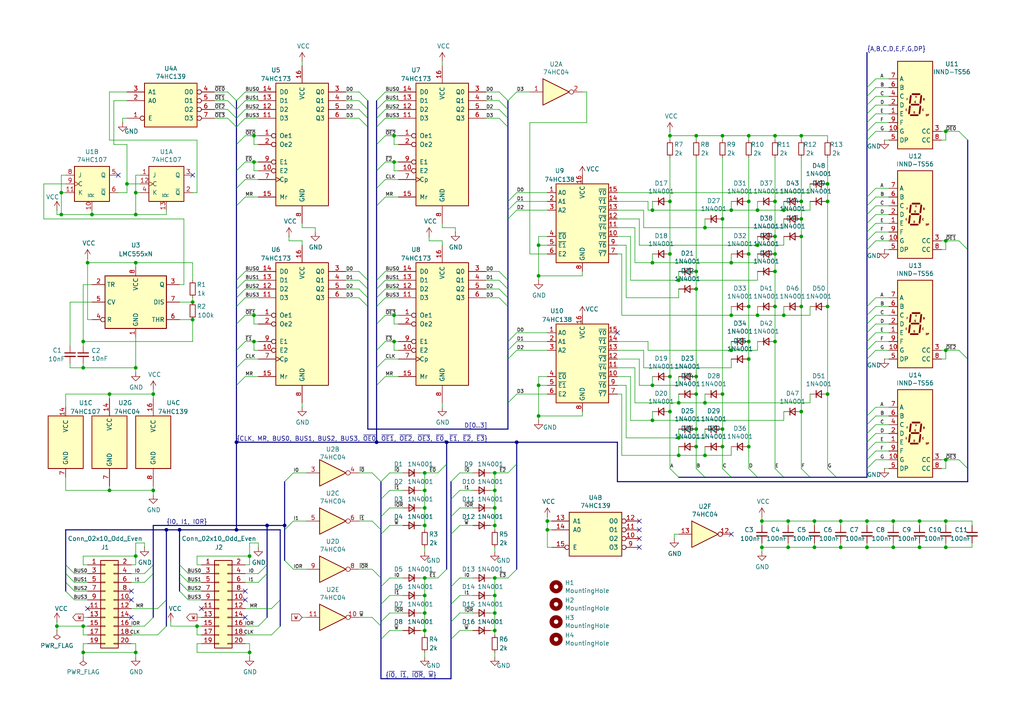
<source format=kicad_sch>
(kicad_sch (version 20231120) (generator "eeschema") (generator_version "8.0")
  (paper "A4")
  (title_block (title "HEX-Module") (date "2024-04-01") (rev "2024-04-01"))
  (junction (at 220.98 158.75))
  (junction (at 274.32 158.75))
  (junction (at 39.37 76.2))
  (junction (at 217.17 73.66))
  (junction (at 228.6 151.13))
  (junction (at 196.85 81.28))
  (junction (at 224.79 88.9))
  (junction (at 143.51 182.88))
  (junction (at 217.17 99.06))
  (junction (at 240.03 114.3))
  (junction (at 243.84 158.75))
  (junction (at 39.37 106.68))
  (junction (at 204.47 66.04))
  (junction (at 232.41 88.9))
  (junction (at 251.46 151.13))
  (junction (at 24.13 106.68))
  (junction (at 259.08 151.13))
  (junction (at 73.66 91.44))
  (junction (at 220.98 151.13))
  (junction (at 17.78 62.23))
  (junction (at 143.51 177.8))
  (junction (at 219.71 71.12))
  (junction (at 232.41 119.38))
  (junction (at 68.58 153.67))
  (junction (at 55.88 92.71))
  (junction (at 31.75 142.24))
  (junction (at 274.32 69.85))
  (junction (at 156.21 120.65))
  (junction (at 129.54 128.27))
  (junction (at 158.75 151.13))
  (junction (at 201.93 78.74))
  (junction (at 73.66 39.37))
  (junction (at 194.31 119.38))
  (junction (at 212.09 76.2))
  (junction (at 143.51 172.72))
  (junction (at 194.31 39.37))
  (junction (at 201.93 109.22))
  (junction (at 156.21 111.76))
  (junction (at 274.32 151.13))
  (junction (at 158.75 153.67))
  (junction (at 114.3 39.37))
  (junction (at 274.32 133.35))
  (junction (at 209.55 63.5))
  (junction (at 232.41 39.37))
  (junction (at 194.31 58.42))
  (junction (at 39.37 189.23))
  (junction (at 123.19 142.24))
  (junction (at 212.09 91.44))
  (junction (at 217.17 88.9))
  (junction (at 196.85 132.08))
  (junction (at 44.45 142.24))
  (junction (at 143.51 142.24))
  (junction (at 209.55 114.3))
  (junction (at 44.45 114.3))
  (junction (at 143.51 147.32))
  (junction (at 217.17 129.54))
  (junction (at 189.23 111.76))
  (junction (at 156.21 80.01))
  (junction (at 209.55 124.46))
  (junction (at 196.85 116.84))
  (junction (at 123.19 167.64))
  (junction (at 236.22 151.13))
  (junction (at 36.83 53.34))
  (junction (at 72.39 161.29))
  (junction (at 209.55 129.54))
  (junction (at 217.17 39.37))
  (junction (at 189.23 60.96))
  (junction (at 26.67 62.23))
  (junction (at 236.22 158.75))
  (junction (at 55.88 87.63))
  (junction (at 219.71 91.44))
  (junction (at 52.07 153.67))
  (junction (at 123.19 137.16))
  (junction (at 224.79 39.37))
  (junction (at 232.41 63.5))
  (junction (at 243.84 151.13))
  (junction (at 201.93 129.54))
  (junction (at 194.31 73.66))
  (junction (at 212.09 101.6))
  (junction (at 25.4 76.2))
  (junction (at 240.03 88.9))
  (junction (at 204.47 132.08))
  (junction (at 123.19 182.88))
  (junction (at 274.32 101.6))
  (junction (at 39.37 55.88))
  (junction (at 194.31 109.22))
  (junction (at 201.93 39.37))
  (junction (at 274.32 38.1))
  (junction (at 143.51 137.16))
  (junction (at 201.93 114.3))
  (junction (at 189.23 76.2))
  (junction (at 24.13 181.61))
  (junction (at 156.21 71.12))
  (junction (at 68.58 128.27))
  (junction (at 201.93 83.82))
  (junction (at 240.03 53.34))
  (junction (at 266.7 151.13))
  (junction (at 251.46 158.75))
  (junction (at 240.03 58.42))
  (junction (at 224.79 99.06))
  (junction (at 228.6 158.75))
  (junction (at 123.19 172.72))
  (junction (at 201.93 124.46))
  (junction (at 114.3 46.99))
  (junction (at 114.3 91.44))
  (junction (at 48.26 153.67))
  (junction (at 73.66 46.99))
  (junction (at 224.79 58.42))
  (junction (at 232.41 58.42))
  (junction (at 57.15 181.61))
  (junction (at 224.79 73.66))
  (junction (at 227.33 60.96))
  (junction (at 189.23 121.92))
  (junction (at 24.13 99.06))
  (junction (at 82.55 152.4))
  (junction (at 209.55 39.37))
  (junction (at 232.41 68.58))
  (junction (at 123.19 152.4))
  (junction (at 123.19 177.8))
  (junction (at 219.71 60.96))
  (junction (at 212.09 60.96))
  (junction (at 224.79 78.74))
  (junction (at 143.51 167.64))
  (junction (at 39.37 62.23))
  (junction (at 266.7 158.75))
  (junction (at 259.08 158.75))
  (junction (at 123.19 147.32))
  (junction (at 227.33 91.44))
  (junction (at 149.86 128.27))
  (junction (at 39.37 161.29))
  (junction (at 217.17 58.42))
  (junction (at 196.85 127))
  (junction (at 17.78 55.88))
  (junction (at 109.22 128.27))
  (junction (at 77.47 152.4))
  (junction (at 217.17 104.14))
  (junction (at 31.75 114.3))
  (junction (at 114.3 99.06))
  (junction (at 143.51 152.4))
  (junction (at 24.13 189.23))
  (junction (at 16.51 181.61))
  (junction (at 204.47 116.84))
  (junction (at 72.39 189.23))
  (junction (at 73.66 99.06))
  (junction (at 224.79 68.58))
  (no_connect (at 71.12 179.07))
  (no_connect (at 179.07 96.52))
  (no_connect (at 71.12 171.45))
  (no_connect (at 34.29 50.8))
  (no_connect (at 71.12 173.99))
  (no_connect (at 185.42 151.13))
  (no_connect (at 38.1 171.45))
  (no_connect (at 38.1 179.07))
  (no_connect (at 58.42 176.53))
  (no_connect (at 212.09 154.94))
  (no_connect (at 25.4 176.53))
  (no_connect (at 55.88 50.8))
  (no_connect (at 185.42 158.75))
  (no_connect (at 185.42 153.67))
  (no_connect (at 38.1 173.99))
  (no_connect (at 185.42 156.21))
  (bus_entry (at 278.13 69.85) (size 2.54 2.54))
  (bus_entry (at 111.76 46.99) (size -2.54 2.54))
  (bus_entry (at 217.17 135.89) (size 2.54 2.54))
  (bus_entry (at 254 123.19) (size -2.54 2.54))
  (bus_entry (at 201.93 135.89) (size 2.54 2.54))
  (bus_entry (at 113.03 142.24) (size -2.54 2.54))
  (bus_entry (at 71.12 83.82) (size -2.54 2.54))
  (bus_entry (at 111.76 29.21) (size -2.54 2.54))
  (bus_entry (at 133.35 152.4) (size -2.54 2.54))
  (bus_entry (at 254 22.86) (size -2.54 2.54))
  (bus_entry (at 74.93 181.61) (size 2.54 -2.54))
  (bus_entry (at 149.86 55.88) (size -2.54 2.54))
  (bus_entry (at 71.12 29.21) (size -2.54 2.54))
  (bus_entry (at 111.76 86.36) (size -2.54 2.54))
  (bus_entry (at 41.91 166.37) (size 2.54 -2.54))
  (bus_entry (at 144.78 34.29) (size 2.54 2.54))
  (bus_entry (at 41.91 168.91) (size 2.54 -2.54))
  (bus_entry (at 104.14 86.36) (size 2.54 2.54))
  (bus_entry (at 254 93.98) (size -2.54 2.54))
  (bus_entry (at 111.76 57.15) (size -2.54 2.54))
  (bus_entry (at 104.14 29.21) (size 2.54 2.54))
  (bus_entry (at 240.03 135.89) (size 2.54 2.54))
  (bus_entry (at 71.12 86.36) (size -2.54 2.54))
  (bus_entry (at 71.12 109.22) (size -2.54 2.54))
  (bus_entry (at 149.86 60.96) (size -2.54 2.54))
  (bus_entry (at 107.95 151.13) (size 2.54 2.54))
  (bus_entry (at 66.04 31.75) (size 2.54 2.54))
  (bus_entry (at 111.76 81.28) (size -2.54 2.54))
  (bus_entry (at 133.35 142.24) (size -2.54 2.54))
  (bus_entry (at 232.41 135.89) (size 2.54 2.54))
  (bus_entry (at 104.14 31.75) (size 2.54 2.54))
  (bus_entry (at 104.14 26.67) (size 2.54 2.54))
  (bus_entry (at 21.59 166.37) (size -2.54 -2.54))
  (bus_entry (at 149.86 99.06) (size -2.54 2.54))
  (bus_entry (at 71.12 31.75) (size -2.54 2.54))
  (bus_entry (at 113.03 147.32) (size -2.54 2.54))
  (bus_entry (at 111.76 78.74) (size -2.54 2.54))
  (bus_entry (at 66.04 26.67) (size 2.54 2.54))
  (bus_entry (at 144.78 81.28) (size 2.54 2.54))
  (bus_entry (at 111.76 83.82) (size -2.54 2.54))
  (bus_entry (at 71.12 57.15) (size -2.54 2.54))
  (bus_entry (at 149.86 96.52) (size -2.54 2.54))
  (bus_entry (at 107.95 165.1) (size 2.54 2.54))
  (bus_entry (at 54.61 171.45) (size -2.54 -2.54))
  (bus_entry (at 54.61 166.37) (size -2.54 -2.54))
  (bus_entry (at 111.76 34.29) (size -2.54 2.54))
  (bus_entry (at 133.35 177.8) (size -2.54 2.54))
  (bus_entry (at 74.93 168.91) (size 2.54 -2.54))
  (bus_entry (at 71.12 46.99) (size -2.54 2.54))
  (bus_entry (at 278.13 101.6) (size 2.54 2.54))
  (bus_entry (at 113.03 137.16) (size -2.54 2.54))
  (bus_entry (at 78.74 184.15) (size 2.54 -2.54))
  (bus_entry (at 71.12 81.28) (size -2.54 2.54))
  (bus_entry (at 111.76 91.44) (size -2.54 2.54))
  (bus_entry (at 71.12 104.14) (size -2.54 2.54))
  (bus_entry (at 254 59.69) (size -2.54 2.54))
  (bus_entry (at 133.35 182.88) (size -2.54 2.54))
  (bus_entry (at 149.86 26.67) (size -2.54 2.54))
  (bus_entry (at 254 125.73) (size -2.54 2.54))
  (bus_entry (at 149.86 101.6) (size -2.54 2.54))
  (bus_entry (at 254 99.06) (size -2.54 2.54))
  (bus_entry (at 85.09 165.1) (size -2.54 -2.54))
  (bus_entry (at 144.78 86.36) (size 2.54 2.54))
  (bus_entry (at 133.35 147.32) (size -2.54 2.54))
  (bus_entry (at 113.03 177.8) (size -2.54 2.54))
  (bus_entry (at 149.86 114.3) (size -2.54 2.54))
  (bus_entry (at 71.12 52.07) (size -2.54 2.54))
  (bus_entry (at 254 101.6) (size -2.54 2.54))
  (bus_entry (at 254 62.23) (size -2.54 2.54))
  (bus_entry (at 71.12 99.06) (size -2.54 2.54))
  (bus_entry (at 113.03 172.72) (size -2.54 2.54))
  (bus_entry (at 144.78 83.82) (size 2.54 2.54))
  (bus_entry (at 71.12 91.44) (size -2.54 2.54))
  (bus_entry (at 111.76 104.14) (size -2.54 2.54))
  (bus_entry (at 107.95 179.07) (size 2.54 2.54))
  (bus_entry (at 111.76 39.37) (size -2.54 2.54))
  (bus_entry (at 254 86.36) (size -2.54 2.54))
  (bus_entry (at 113.03 167.64) (size -2.54 2.54))
  (bus_entry (at 66.04 34.29) (size 2.54 2.54))
  (bus_entry (at 81.28 173.99) (size -2.54 2.54))
  (bus_entry (at 71.12 78.74) (size -2.54 2.54))
  (bus_entry (at 113.03 152.4) (size -2.54 2.54))
  (bus_entry (at 104.14 78.74) (size 2.54 2.54))
  (bus_entry (at 144.78 29.21) (size 2.54 2.54))
  (bus_entry (at 104.14 83.82) (size 2.54 2.54))
  (bus_entry (at 111.76 52.07) (size -2.54 2.54))
  (bus_entry (at 133.35 167.64) (size -2.54 2.54))
  (bus_entry (at 254 130.81) (size -2.54 2.54))
  (bus_entry (at 54.61 168.91) (size -2.54 -2.54))
  (bus_entry (at 85.09 137.16) (size -2.54 2.54))
  (bus_entry (at 144.78 78.74) (size 2.54 2.54))
  (bus_entry (at 144.78 31.75) (size 2.54 2.54))
  (bus_entry (at 254 54.61) (size -2.54 2.54))
  (bus_entry (at 254 91.44) (size -2.54 2.54))
  (bus_entry (at 149.86 58.42) (size -2.54 2.54))
  (bus_entry (at 107.95 137.16) (size 2.54 2.54))
  (bus_entry (at 254 25.4) (size -2.54 2.54))
  (bus_entry (at 41.91 181.61) (size 2.54 -2.54))
  (bus_entry (at 147.32 167.64) (size 2.54 -2.54))
  (bus_entry (at 111.76 26.67) (size -2.54 2.54))
  (bus_entry (at 278.13 133.35) (size 2.54 2.54))
  (bus_entry (at 254 33.02) (size -2.54 2.54))
  (bus_entry (at 45.72 184.15) (size 2.54 -2.54))
  (bus_entry (at 127 137.16) (size 2.54 -2.54))
  (bus_entry (at 133.35 172.72) (size -2.54 2.54))
  (bus_entry (at 85.09 151.13) (size -2.54 2.54))
  (bus_entry (at 254 128.27) (size -2.54 2.54))
  (bus_entry (at 254 133.35) (size -2.54 2.54))
  (bus_entry (at 133.35 137.16) (size -2.54 2.54))
  (bus_entry (at 147.32 137.16) (size 2.54 -2.54))
  (bus_entry (at 194.31 135.89) (size 2.54 2.54))
  (bus_entry (at 254 67.31) (size -2.54 2.54))
  (bus_entry (at 71.12 26.67) (size -2.54 2.54))
  (bus_entry (at 254 69.85) (size -2.54 2.54))
  (bus_entry (at 21.59 168.91) (size -2.54 -2.54))
  (bus_entry (at 254 96.52) (size -2.54 2.54))
  (bus_entry (at 254 30.48) (size -2.54 2.54))
  (bus_entry (at 66.04 29.21) (size 2.54 2.54))
  (bus_entry (at 104.14 34.29) (size 2.54 2.54))
  (bus_entry (at 254 35.56) (size -2.54 2.54))
  (bus_entry (at 111.76 99.06) (size -2.54 2.54))
  (bus_entry (at 54.61 173.99) (size -2.54 -2.54))
  (bus_entry (at 254 120.65) (size -2.54 2.54))
  (bus_entry (at 254 64.77) (size -2.54 2.54))
  (bus_entry (at 209.55 135.89) (size 2.54 2.54))
  (bus_entry (at 113.03 182.88) (size -2.54 2.54))
  (bus_entry (at 48.26 173.99) (size -2.54 2.54))
  (bus_entry (at 224.79 135.89) (size 2.54 2.54))
  (bus_entry (at 74.93 166.37) (size 2.54 -2.54))
  (bus_entry (at 254 118.11) (size -2.54 2.54))
  (bus_entry (at 71.12 39.37) (size -2.54 2.54))
  (bus_entry (at 278.13 38.1) (size 2.54 2.54))
  (bus_entry (at 21.59 171.45) (size -2.54 -2.54))
  (bus_entry (at 111.76 109.22) (size -2.54 2.54))
  (bus_entry (at 254 88.9) (size -2.54 2.54))
  (bus_entry (at 144.78 26.67) (size 2.54 2.54))
  (bus_entry (at 71.12 34.29) (size -2.54 2.54))
  (bus_entry (at 254 27.94) (size -2.54 2.54))
  (bus_entry (at 111.76 31.75) (size -2.54 2.54))
  (bus_entry (at 254 38.1) (size -2.54 2.54))
  (bus_entry (at 21.59 173.99) (size -2.54 -2.54))
  (bus_entry (at 254 57.15) (size -2.54 2.54))
  (bus_entry (at 127 167.64) (size 2.54 -2.54))
  (bus_entry (at 104.14 81.28) (size 2.54 2.54))
  (wire (pts (xy 124.46 69.85) (xy 124.46 68.58)))
  (bus (pts (xy 68.58 49.53) (xy 68.58 54.61)))
  (wire (pts (xy 128.27 116.84) (xy 128.27 118.11)))
  (wire (pts (xy 228.6 157.48) (xy 228.6 158.75)))
  (wire (pts (xy 142.24 152.4) (xy 143.51 152.4)))
  (wire (pts (xy 71.12 166.37) (xy 74.93 166.37)))
  (wire (pts (xy 194.31 119.38) (xy 194.31 135.89)))
  (wire (pts (xy 137.16 172.72) (xy 133.35 172.72)))
  (wire (pts (xy 39.37 50.8) (xy 40.64 50.8)))
  (wire (pts (xy 25.4 168.91) (xy 21.59 168.91)))
  (wire (pts (xy 104.14 137.16) (xy 107.95 137.16)))
  (wire (pts (xy 220.98 151.13) (xy 228.6 151.13)))
  (wire (pts (xy 212.09 60.96) (xy 212.09 58.42)))
  (wire (pts (xy 72.39 189.23) (xy 57.15 189.23)))
  (wire (pts (xy 181.61 127) (xy 196.85 127)))
  (wire (pts (xy 123.19 142.24) (xy 121.92 142.24)))
  (bus (pts (xy 251.46 93.98) (xy 251.46 96.52)))
  (wire (pts (xy 38.1 176.53) (xy 45.72 176.53)))
  (wire (pts (xy 217.17 99.06) (xy 217.17 88.9)))
  (bus (pts (xy 109.22 54.61) (xy 109.22 59.69)))
  (wire (pts (xy 104.14 29.21) (xy 100.33 29.21)))
  (wire (pts (xy 73.66 39.37) (xy 71.12 39.37)))
  (wire (pts (xy 227.33 66.04) (xy 227.33 63.5)))
  (wire (pts (xy 128.27 71.12) (xy 128.27 69.85)))
  (bus (pts (xy 129.54 128.27) (xy 129.54 134.62)))
  (wire (pts (xy 212.09 101.6) (xy 187.96 101.6)))
  (wire (pts (xy 196.85 127) (xy 204.47 127)))
  (wire (pts (xy 26.67 62.23) (xy 39.37 62.23)))
  (wire (pts (xy 194.31 40.64) (xy 194.31 39.37)))
  (wire (pts (xy 143.51 147.32) (xy 143.51 142.24)))
  (wire (pts (xy 116.84 142.24) (xy 113.03 142.24)))
  (bus (pts (xy 106.68 86.36) (xy 106.68 88.9)))
  (wire (pts (xy 39.37 157.48) (xy 39.37 161.29)))
  (wire (pts (xy 274.32 104.14) (xy 273.05 104.14)))
  (wire (pts (xy 257.81 125.73) (xy 254 125.73)))
  (wire (pts (xy 114.3 99.06) (xy 111.76 99.06)))
  (wire (pts (xy 24.13 179.07) (xy 25.4 179.07)))
  (wire (pts (xy 236.22 151.13) (xy 243.84 151.13)))
  (bus (pts (xy 68.58 128.27) (xy 109.22 128.27)))
  (wire (pts (xy 114.3 41.91) (xy 115.57 41.91)))
  (wire (pts (xy 201.93 114.3) (xy 201.93 109.22)))
  (wire (pts (xy 251.46 151.13) (xy 259.08 151.13)))
  (bus (pts (xy 82.55 153.67) (xy 82.55 162.56)))
  (wire (pts (xy 19.05 114.3) (xy 19.05 118.11)))
  (wire (pts (xy 39.37 55.88) (xy 39.37 50.8)))
  (wire (pts (xy 57.15 189.23) (xy 57.15 186.69)))
  (wire (pts (xy 234.95 116.84) (xy 234.95 114.3)))
  (bus (pts (xy 81.28 153.67) (xy 68.58 153.67)))
  (wire (pts (xy 274.32 151.13) (xy 281.94 151.13)))
  (wire (pts (xy 274.32 135.89) (xy 273.05 135.89)))
  (wire (pts (xy 274.32 101.6) (xy 278.13 101.6)))
  (bus (pts (xy 179.07 139.7) (xy 280.67 139.7)))
  (wire (pts (xy 104.14 83.82) (xy 100.33 83.82)))
  (wire (pts (xy 259.08 151.13) (xy 266.7 151.13)))
  (wire (pts (xy 196.85 154.94) (xy 195.58 154.94)))
  (wire (pts (xy 185.42 71.12) (xy 185.42 63.5)))
  (bus (pts (xy 109.22 29.21) (xy 109.22 31.75)))
  (wire (pts (xy 274.32 38.1) (xy 278.13 38.1)))
  (wire (pts (xy 204.47 66.04) (xy 227.33 66.04)))
  (wire (pts (xy 72.39 163.83) (xy 72.39 161.29)))
  (bus (pts (xy 109.22 93.98) (xy 109.22 101.6)))
  (wire (pts (xy 156.21 109.22) (xy 156.21 111.76)))
  (bus (pts (xy 19.05 166.37) (xy 19.05 168.91)))
  (wire (pts (xy 111.76 83.82) (xy 115.57 83.82)))
  (wire (pts (xy 78.74 184.15) (xy 71.12 184.15)))
  (wire (pts (xy 217.17 129.54) (xy 217.17 104.14)))
  (wire (pts (xy 55.88 99.06) (xy 24.13 99.06)))
  (wire (pts (xy 38.1 181.61) (xy 41.91 181.61)))
  (wire (pts (xy 57.15 179.07) (xy 58.42 179.07)))
  (wire (pts (xy 156.21 80.01) (xy 168.91 80.01)))
  (wire (pts (xy 116.84 177.8) (xy 113.03 177.8)))
  (wire (pts (xy 25.4 76.2) (xy 25.4 92.71)))
  (wire (pts (xy 88.9 179.07) (xy 87.63 179.07)))
  (bus (pts (xy 68.58 101.6) (xy 68.58 106.68)))
  (wire (pts (xy 257.81 133.35) (xy 254 133.35)))
  (wire (pts (xy 180.34 91.44) (xy 180.34 73.66)))
  (wire (pts (xy 209.55 39.37) (xy 209.55 40.64)))
  (wire (pts (xy 116.84 182.88) (xy 113.03 182.88)))
  (wire (pts (xy 257.81 120.65) (xy 254 120.65)))
  (wire (pts (xy 137.16 147.32) (xy 133.35 147.32)))
  (wire (pts (xy 194.31 58.42) (xy 194.31 73.66)))
  (wire (pts (xy 240.03 114.3) (xy 240.03 135.89)))
  (bus (pts (xy 130.81 175.26) (xy 130.81 180.34)))
  (wire (pts (xy 53.34 82.55) (xy 52.07 82.55)))
  (wire (pts (xy 201.93 39.37) (xy 209.55 39.37)))
  (wire (pts (xy 137.16 142.24) (xy 133.35 142.24)))
  (bus (pts (xy 251.46 62.23) (xy 251.46 64.77)))
  (wire (pts (xy 104.14 34.29) (xy 100.33 34.29)))
  (wire (pts (xy 217.17 73.66) (xy 217.17 58.42)))
  (bus (pts (xy 68.58 88.9) (xy 68.58 93.98)))
  (wire (pts (xy 36.83 29.21) (xy 33.02 29.21)))
  (wire (pts (xy 114.3 39.37) (xy 114.3 41.91)))
  (wire (pts (xy 123.19 137.16) (xy 127 137.16)))
  (wire (pts (xy 57.15 181.61) (xy 49.53 181.61)))
  (wire (pts (xy 115.57 109.22) (xy 111.76 109.22)))
  (wire (pts (xy 58.42 171.45) (xy 54.61 171.45)))
  (bus (pts (xy 48.26 173.99) (xy 48.26 181.61)))
  (wire (pts (xy 74.93 91.44) (xy 73.66 91.44)))
  (bus (pts (xy 44.45 152.4) (xy 44.45 163.83)))
  (wire (pts (xy 219.71 60.96) (xy 219.71 58.42)))
  (wire (pts (xy 212.09 76.2) (xy 189.23 76.2)))
  (wire (pts (xy 19.05 138.43) (xy 19.05 142.24)))
  (wire (pts (xy 212.09 91.44) (xy 219.71 91.44)))
  (wire (pts (xy 251.46 157.48) (xy 251.46 158.75)))
  (bus (pts (xy 68.58 31.75) (xy 68.58 34.29)))
  (wire (pts (xy 123.19 167.64) (xy 127 167.64)))
  (bus (pts (xy 106.68 81.28) (xy 106.68 83.82)))
  (wire (pts (xy 257.81 25.4) (xy 254 25.4)))
  (wire (pts (xy 201.93 124.46) (xy 201.93 114.3)))
  (bus (pts (xy 130.81 185.42) (xy 130.81 196.85)))
  (wire (pts (xy 158.75 153.67) (xy 160.02 153.67)))
  (wire (pts (xy 116.84 172.72) (xy 113.03 172.72)))
  (bus (pts (xy 251.46 91.44) (xy 251.46 93.98)))
  (wire (pts (xy 243.84 151.13) (xy 251.46 151.13)))
  (wire (pts (xy 142.24 182.88) (xy 143.51 182.88)))
  (wire (pts (xy 212.09 88.9) (xy 212.09 91.44)))
  (wire (pts (xy 153.67 35.56) (xy 170.18 35.56)))
  (bus (pts (xy 251.46 35.56) (xy 251.46 38.1)))
  (wire (pts (xy 143.51 184.15) (xy 143.51 182.88)))
  (wire (pts (xy 137.16 182.88) (xy 133.35 182.88)))
  (wire (pts (xy 24.13 82.55) (xy 26.67 82.55)))
  (bus (pts (xy 110.49 180.34) (xy 110.49 181.61)))
  (wire (pts (xy 71.12 83.82) (xy 74.93 83.82)))
  (wire (pts (xy 149.86 26.67) (xy 153.67 26.67)))
  (wire (pts (xy 25.4 76.2) (xy 25.4 74.93)))
  (wire (pts (xy 219.71 91.44) (xy 219.71 88.9)))
  (wire (pts (xy 115.57 99.06) (xy 114.3 99.06)))
  (bus (pts (xy 106.68 31.75) (xy 106.68 34.29)))
  (wire (pts (xy 273.05 69.85) (xy 274.32 69.85)))
  (wire (pts (xy 158.75 151.13) (xy 160.02 151.13)))
  (bus (pts (xy 19.05 168.91) (xy 19.05 171.45)))
  (wire (pts (xy 228.6 158.75) (xy 220.98 158.75)))
  (wire (pts (xy 182.88 68.58) (xy 182.88 81.28)))
  (bus (pts (xy 106.68 83.82) (xy 106.68 86.36)))
  (wire (pts (xy 273.05 38.1) (xy 274.32 38.1)))
  (bus (pts (xy 129.54 128.27) (xy 149.86 128.27)))
  (wire (pts (xy 39.37 189.23) (xy 24.13 189.23)))
  (wire (pts (xy 180.34 132.08) (xy 180.34 114.3)))
  (wire (pts (xy 31.75 142.24) (xy 44.45 142.24)))
  (wire (pts (xy 168.91 26.67) (xy 170.18 26.67)))
  (wire (pts (xy 104.14 179.07) (xy 107.95 179.07)))
  (wire (pts (xy 73.66 49.53) (xy 74.93 49.53)))
  (wire (pts (xy 55.88 92.71) (xy 52.07 92.71)))
  (wire (pts (xy 257.81 27.94) (xy 254 27.94)))
  (wire (pts (xy 236.22 152.4) (xy 236.22 151.13)))
  (wire (pts (xy 19.05 53.34) (xy 12.7 53.34)))
  (wire (pts (xy 158.75 151.13) (xy 158.75 153.67)))
  (bus (pts (xy 52.07 166.37) (xy 52.07 168.91)))
  (wire (pts (xy 71.12 31.75) (xy 74.93 31.75)))
  (wire (pts (xy 196.85 81.28) (xy 219.71 81.28)))
  (wire (pts (xy 196.85 116.84) (xy 196.85 114.3)))
  (wire (pts (xy 71.12 181.61) (xy 74.93 181.61)))
  (bus (pts (xy 44.45 163.83) (xy 44.45 166.37)))
  (wire (pts (xy 257.81 62.23) (xy 254 62.23)))
  (wire (pts (xy 257.81 59.69) (xy 254 59.69)))
  (bus (pts (xy 251.46 69.85) (xy 251.46 72.39)))
  (wire (pts (xy 158.75 153.67) (xy 158.75 158.75)))
  (wire (pts (xy 217.17 58.42) (xy 217.17 45.72)))
  (wire (pts (xy 256.54 104.14) (xy 257.81 104.14)))
  (wire (pts (xy 204.47 127) (xy 204.47 124.46)))
  (wire (pts (xy 179.07 66.04) (xy 184.15 66.04)))
  (wire (pts (xy 179.07 63.5) (xy 185.42 63.5)))
  (wire (pts (xy 74.93 158.75) (xy 74.93 157.48)))
  (bus (pts (xy 68.58 128.27) (xy 68.58 153.67)))
  (wire (pts (xy 115.57 46.99) (xy 114.3 46.99)))
  (wire (pts (xy 33.02 29.21) (xy 33.02 41.91)))
  (wire (pts (xy 83.82 69.85) (xy 83.82 68.58)))
  (wire (pts (xy 73.66 91.44) (xy 73.66 93.98)))
  (wire (pts (xy 180.34 114.3) (xy 179.07 114.3)))
  (wire (pts (xy 114.3 49.53) (xy 115.57 49.53)))
  (wire (pts (xy 142.24 147.32) (xy 143.51 147.32)))
  (wire (pts (xy 257.81 123.19) (xy 254 123.19)))
  (wire (pts (xy 72.39 161.29) (xy 57.15 161.29)))
  (wire (pts (xy 143.51 167.64) (xy 147.32 167.64)))
  (wire (pts (xy 224.79 39.37) (xy 232.41 39.37)))
  (wire (pts (xy 281.94 151.13) (xy 281.94 152.4)))
  (bus (pts (xy 147.32 36.83) (xy 147.32 58.42)))
  (wire (pts (xy 39.37 55.88) (xy 39.37 62.23)))
  (wire (pts (xy 143.51 147.32) (xy 143.51 152.4)))
  (wire (pts (xy 128.27 66.04) (xy 132.08 66.04)))
  (wire (pts (xy 236.22 158.75) (xy 228.6 158.75)))
  (wire (pts (xy 274.32 72.39) (xy 273.05 72.39)))
  (bus (pts (xy 147.32 31.75) (xy 147.32 34.29)))
  (wire (pts (xy 149.86 101.6) (xy 158.75 101.6)))
  (bus (pts (xy 68.58 153.67) (xy 52.07 153.67)))
  (bus (pts (xy 147.32 63.5) (xy 147.32 81.28)))
  (wire (pts (xy 72.39 190.5) (xy 72.39 189.23)))
  (wire (pts (xy 156.21 111.76) (xy 156.21 120.65)))
  (wire (pts (xy 194.31 109.22) (xy 194.31 119.38)))
  (wire (pts (xy 17.78 62.23) (xy 26.67 62.23)))
  (wire (pts (xy 184.15 106.68) (xy 184.15 116.84)))
  (wire (pts (xy 114.3 101.6) (xy 115.57 101.6)))
  (wire (pts (xy 217.17 39.37) (xy 217.17 40.64)))
  (wire (pts (xy 156.21 80.01) (xy 156.21 81.28)))
  (wire (pts (xy 143.51 158.75) (xy 143.51 160.02)))
  (wire (pts (xy 201.93 78.74) (xy 201.93 45.72)))
  (wire (pts (xy 168.91 120.65) (xy 156.21 120.65)))
  (wire (pts (xy 100.33 26.67) (xy 104.14 26.67)))
  (wire (pts (xy 137.16 137.16) (xy 133.35 137.16)))
  (bus (pts (xy 147.32 58.42) (xy 147.32 60.96)))
  (wire (pts (xy 20.32 106.68) (xy 20.32 105.41)))
  (wire (pts (xy 39.37 106.68) (xy 24.13 106.68)))
  (wire (pts (xy 189.23 76.2) (xy 189.23 73.66)))
  (wire (pts (xy 257.81 54.61) (xy 254 54.61)))
  (wire (pts (xy 204.47 116.84) (xy 204.47 114.3)))
  (wire (pts (xy 274.32 40.64) (xy 273.05 40.64)))
  (bus (pts (xy 251.46 64.77) (xy 251.46 67.31)))
  (wire (pts (xy 26.67 60.96) (xy 26.67 62.23)))
  (wire (pts (xy 201.93 83.82) (xy 201.93 78.74)))
  (bus (pts (xy 77.47 152.4) (xy 44.45 152.4)))
  (wire (pts (xy 31.75 114.3) (xy 44.45 114.3)))
  (bus (pts (xy 251.46 15.24) (xy 251.46 25.4)))
  (bus (pts (xy 68.58 83.82) (xy 68.58 86.36)))
  (bus (pts (xy 147.32 83.82) (xy 147.32 86.36)))
  (wire (pts (xy 217.17 39.37) (xy 224.79 39.37)))
  (wire (pts (xy 100.33 78.74) (xy 104.14 78.74)))
  (bus (pts (xy 130.81 144.78) (xy 130.81 149.86)))
  (bus (pts (xy 109.22 41.91) (xy 109.22 49.53)))
  (bus (pts (xy 251.46 67.31) (xy 251.46 69.85)))
  (bus (pts (xy 68.58 36.83) (xy 68.58 41.91)))
  (wire (pts (xy 104.14 81.28) (xy 100.33 81.28)))
  (wire (pts (xy 266.7 157.48) (xy 266.7 158.75)))
  (wire (pts (xy 111.76 34.29) (xy 115.57 34.29)))
  (wire (pts (xy 158.75 73.66) (xy 153.67 73.66)))
  (bus (pts (xy 212.09 138.43) (xy 219.71 138.43)))
  (wire (pts (xy 257.81 67.31) (xy 254 67.31)))
  (wire (pts (xy 224.79 68.58) (xy 224.79 73.66)))
  (wire (pts (xy 143.51 152.4) (xy 143.51 153.67)))
  (bus (pts (xy 110.49 181.61) (xy 110.49 185.42)))
  (wire (pts (xy 40.64 55.88) (xy 39.37 55.88)))
  (wire (pts (xy 31.75 115.57) (xy 31.75 114.3)))
  (wire (pts (xy 209.55 124.46) (xy 209.55 129.54)))
  (wire (pts (xy 220.98 160.02) (xy 220.98 158.75)))
  (bus (pts (xy 251.46 99.06) (xy 251.46 101.6)))
  (wire (pts (xy 62.23 26.67) (xy 66.04 26.67)))
  (bus (pts (xy 109.22 86.36) (xy 109.22 88.9)))
  (bus (pts (xy 109.22 88.9) (xy 109.22 93.98)))
  (wire (pts (xy 196.85 81.28) (xy 196.85 78.74)))
  (wire (pts (xy 57.15 181.61) (xy 58.42 181.61)))
  (wire (pts (xy 88.9 165.1) (xy 85.09 165.1)))
  (wire (pts (xy 17.78 55.88) (xy 19.05 55.88)))
  (wire (pts (xy 143.51 137.16) (xy 147.32 137.16)))
  (wire (pts (xy 212.09 129.54) (xy 212.09 132.08)))
  (wire (pts (xy 143.51 137.16) (xy 142.24 137.16)))
  (wire (pts (xy 38.1 186.69) (xy 39.37 186.69)))
  (bus (pts (xy 110.49 170.18) (xy 110.49 175.26)))
  (bus (pts (xy 109.22 59.69) (xy 109.22 81.28)))
  (wire (pts (xy 41.91 157.48) (xy 39.37 157.48)))
  (bus (pts (xy 109.22 49.53) (xy 109.22 54.61)))
  (bus (pts (xy 77.47 152.4) (xy 82.55 152.4)))
  (wire (pts (xy 227.33 68.58) (xy 227.33 71.12)))
  (wire (pts (xy 87.63 116.84) (xy 87.63 118.11)))
  (bus (pts (xy 219.71 138.43) (xy 227.33 138.43)))
  (wire (pts (xy 256.54 40.64) (xy 257.81 40.64)))
  (wire (pts (xy 184.15 76.2) (xy 184.15 66.04)))
  (bus (pts (xy 251.46 125.73) (xy 251.46 128.27)))
  (wire (pts (xy 281.94 158.75) (xy 274.32 158.75)))
  (wire (pts (xy 240.03 39.37) (xy 240.03 40.64)))
  (wire (pts (xy 41.91 158.75) (xy 41.91 157.48)))
  (wire (pts (xy 227.33 60.96) (xy 227.33 58.42)))
  (wire (pts (xy 240.03 88.9) (xy 240.03 114.3)))
  (wire (pts (xy 114.3 39.37) (xy 111.76 39.37)))
  (bus (pts (xy 106.68 88.9) (xy 106.68 124.46)))
  (wire (pts (xy 257.81 38.1) (xy 254 38.1)))
  (wire (pts (xy 36.83 34.29) (xy 35.56 34.29)))
  (bus (pts (xy 251.46 133.35) (xy 251.46 135.89)))
  (wire (pts (xy 274.32 38.1) (xy 274.32 40.64)))
  (wire (pts (xy 227.33 91.44) (xy 234.95 91.44)))
  (wire (pts (xy 257.81 96.52) (xy 254 96.52)))
  (wire (pts (xy 149.86 99.06) (xy 158.75 99.06)))
  (wire (pts (xy 143.51 172.72) (xy 142.24 172.72)))
  (wire (pts (xy 57.15 55.88) (xy 57.15 40.64)))
  (wire (pts (xy 45.72 184.15) (xy 38.1 184.15)))
  (wire (pts (xy 179.07 68.58) (xy 182.88 68.58)))
  (wire (pts (xy 115.57 52.07) (xy 111.76 52.07)))
  (wire (pts (xy 25.4 171.45) (xy 21.59 171.45)))
  (bus (pts (xy 82.55 152.4) (xy 82.55 153.67)))
  (wire (pts (xy 39.37 76.2) (xy 25.4 76.2)))
  (wire (pts (xy 116.84 137.16) (xy 113.03 137.16)))
  (wire (pts (xy 114.3 99.06) (xy 114.3 101.6)))
  (wire (pts (xy 49.53 180.34) (xy 49.53 181.61)))
  (wire (pts (xy 156.21 111.76) (xy 158.75 111.76)))
  (bus (pts (xy 251.46 57.15) (xy 251.46 59.69)))
  (wire (pts (xy 39.37 190.5) (xy 39.37 189.23)))
  (wire (pts (xy 12.7 53.34) (xy 12.7 63.5)))
  (wire (pts (xy 87.63 69.85) (xy 83.82 69.85)))
  (wire (pts (xy 31.75 40.64) (xy 31.75 26.67)))
  (bus (pts (xy 68.58 41.91) (xy 68.58 49.53)))
  (wire (pts (xy 189.23 121.92) (xy 182.88 121.92)))
  (wire (pts (xy 189.23 76.2) (xy 184.15 76.2)))
  (wire (pts (xy 232.41 68.58) (xy 232.41 63.5)))
  (wire (pts (xy 196.85 127) (xy 196.85 124.46)))
  (wire (pts (xy 111.76 81.28) (xy 115.57 81.28)))
  (bus (pts (xy 130.81 180.34) (xy 130.81 185.42)))
  (wire (pts (xy 209.55 114.3) (xy 209.55 124.46)))
  (wire (pts (xy 220.98 149.86) (xy 220.98 151.13)))
  (wire (pts (xy 114.3 91.44) (xy 114.3 93.98)))
  (wire (pts (xy 104.14 165.1) (xy 107.95 165.1)))
  (bus (pts (xy 251.46 88.9) (xy 251.46 91.44)))
  (wire (pts (xy 73.66 101.6) (xy 74.93 101.6)))
  (wire (pts (xy 201.93 129.54) (xy 201.93 124.46)))
  (wire (pts (xy 189.23 121.92) (xy 189.23 119.38)))
  (wire (pts (xy 220.98 158.75) (xy 220.98 157.48)))
  (wire (pts (xy 232.41 63.5) (xy 232.41 58.42)))
  (wire (pts (xy 114.3 93.98) (xy 115.57 93.98)))
  (wire (pts (xy 185.42 111.76) (xy 185.42 104.14)))
  (bus (pts (xy 251.46 104.14) (xy 251.46 120.65)))
  (wire (pts (xy 87.63 66.04) (xy 91.44 66.04)))
  (wire (pts (xy 140.97 26.67) (xy 144.78 26.67)))
  (bus (pts (xy 106.68 29.21) (xy 106.68 31.75)))
  (wire (pts (xy 24.13 161.29) (xy 24.13 163.83)))
  (bus (pts (xy 204.47 138.43) (xy 212.09 138.43)))
  (wire (pts (xy 16.51 180.34) (xy 16.51 181.61)))
  (wire (pts (xy 24.13 106.68) (xy 20.32 106.68)))
  (bus (pts (xy 109.22 128.27) (xy 129.54 128.27)))
  (wire (pts (xy 180.34 73.66) (xy 179.07 73.66)))
  (wire (pts (xy 31.75 26.67) (xy 36.83 26.67)))
  (wire (pts (xy 259.08 152.4) (xy 259.08 151.13)))
  (wire (pts (xy 123.19 182.88) (xy 123.19 184.15)))
  (wire (pts (xy 73.66 91.44) (xy 71.12 91.44)))
  (wire (pts (xy 57.15 186.69) (xy 58.42 186.69)))
  (wire (pts (xy 212.09 132.08) (xy 204.47 132.08)))
  (wire (pts (xy 274.32 69.85) (xy 274.32 72.39)))
  (wire (pts (xy 212.09 91.44) (xy 180.34 91.44)))
  (wire (pts (xy 209.55 63.5) (xy 209.55 114.3)))
  (wire (pts (xy 257.81 35.56) (xy 254 35.56)))
  (bus (pts (xy 77.47 152.4) (xy 77.47 163.83)))
  (wire (pts (xy 66.04 29.21) (xy 62.23 29.21)))
  (wire (pts (xy 128.27 17.78) (xy 128.27 19.05)))
  (wire (pts (xy 25.4 166.37) (xy 21.59 166.37)))
  (bus (pts (xy 109.22 34.29) (xy 109.22 36.83)))
  (wire (pts (xy 194.31 39.37) (xy 201.93 39.37)))
  (bus (pts (xy 149.86 128.27) (xy 179.07 128.27)))
  (wire (pts (xy 24.13 99.06) (xy 24.13 82.55)))
  (wire (pts (xy 116.84 147.32) (xy 113.03 147.32)))
  (wire (pts (xy 115.57 78.74) (xy 111.76 78.74)))
  (bus (pts (xy 251.46 27.94) (xy 251.46 30.48)))
  (wire (pts (xy 25.4 92.71) (xy 26.67 92.71)))
  (wire (pts (xy 38.1 166.37) (xy 41.91 166.37)))
  (wire (pts (xy 194.31 38.1) (xy 194.31 39.37)))
  (wire (pts (xy 132.08 66.04) (xy 132.08 67.31)))
  (bus (pts (xy 106.68 34.29) (xy 106.68 36.83)))
  (wire (pts (xy 74.93 99.06) (xy 73.66 99.06)))
  (wire (pts (xy 240.03 45.72) (xy 240.03 53.34)))
  (wire (pts (xy 57.15 184.15) (xy 57.15 181.61)))
  (bus (pts (xy 147.32 104.14) (xy 147.32 116.84)))
  (wire (pts (xy 194.31 45.72) (xy 194.31 58.42)))
  (wire (pts (xy 62.23 31.75) (xy 66.04 31.75)))
  (bus (pts (xy 68.58 86.36) (xy 68.58 88.9)))
  (wire (pts (xy 44.45 143.51) (xy 44.45 142.24)))
  (wire (pts (xy 31.75 114.3) (xy 19.05 114.3)))
  (wire (pts (xy 232.41 119.38) (xy 232.41 135.89)))
  (bus (pts (xy 251.46 120.65) (xy 251.46 123.19)))
  (bus (pts (xy 147.32 86.36) (xy 147.32 88.9)))
  (wire (pts (xy 55.88 92.71) (xy 55.88 99.06)))
  (wire (pts (xy 123.19 172.72) (xy 123.19 167.64)))
  (wire (pts (xy 24.13 189.23) (xy 24.13 186.69)))
  (wire (pts (xy 156.21 68.58) (xy 156.21 71.12)))
  (bus (pts (xy 52.07 153.67) (xy 48.26 153.67)))
  (wire (pts (xy 212.09 101.6) (xy 212.09 99.06)))
  (wire (pts (xy 257.81 101.6) (xy 254 101.6)))
  (wire (pts (xy 57.15 40.64) (xy 31.75 40.64)))
  (wire (pts (xy 168.91 78.74) (xy 168.91 80.01)))
  (wire (pts (xy 219.71 76.2) (xy 212.09 76.2)))
  (wire (pts (xy 91.44 66.04) (xy 91.44 67.31)))
  (wire (pts (xy 212.09 106.68) (xy 186.69 106.68)))
  (wire (pts (xy 74.93 26.67) (xy 71.12 26.67)))
  (bus (pts (xy 68.58 54.61) (xy 68.58 59.69)))
  (wire (pts (xy 257.81 30.48) (xy 254 30.48)))
  (wire (pts (xy 273.05 133.35) (xy 274.32 133.35)))
  (wire (pts (xy 55.88 55.88) (xy 57.15 55.88)))
  (wire (pts (xy 104.14 31.75) (xy 100.33 31.75)))
  (wire (pts (xy 71.12 34.29) (xy 74.93 34.29)))
  (wire (pts (xy 104.14 86.36) (xy 100.33 86.36)))
  (wire (pts (xy 74.93 39.37) (xy 73.66 39.37)))
  (wire (pts (xy 224.79 58.42) (xy 224.79 68.58)))
  (wire (pts (xy 219.71 60.96) (xy 227.33 60.96)))
  (bus (pts (xy 109.22 111.76) (xy 109.22 128.27)))
  (wire (pts (xy 73.66 41.91) (xy 74.93 41.91)))
  (wire (pts (xy 87.63 17.78) (xy 87.63 19.05)))
  (wire (pts (xy 55.88 87.63) (xy 55.88 86.36)))
  (bus (pts (xy 82.55 139.7) (xy 82.55 152.4)))
  (wire (pts (xy 189.23 109.22) (xy 189.23 111.76)))
  (bus (pts (xy 251.46 33.02) (xy 251.46 35.56)))
  (wire (pts (xy 143.51 177.8) (xy 143.51 182.88)))
  (bus (pts (xy 147.32 88.9) (xy 147.32 99.06)))
  (wire (pts (xy 243.84 157.48) (xy 243.84 158.75)))
  (wire (pts (xy 158.75 68.58) (xy 156.21 68.58)))
  (wire (pts (xy 179.07 58.42) (xy 187.96 58.42)))
  (wire (pts (xy 111.76 86.36) (xy 115.57 86.36)))
  (wire (pts (xy 274.32 152.4) (xy 274.32 151.13)))
  (wire (pts (xy 34.29 55.88) (xy 36.83 55.88)))
  (wire (pts (xy 39.37 163.83) (xy 39.37 161.29)))
  (wire (pts (xy 243.84 152.4) (xy 243.84 151.13)))
  (wire (pts (xy 187.96 99.06) (xy 179.07 99.06)))
  (wire (pts (xy 121.92 152.4) (xy 123.19 152.4)))
  (wire (pts (xy 143.51 189.23) (xy 143.51 190.5)))
  (wire (pts (xy 186.69 101.6) (xy 179.07 101.6)))
  (wire (pts (xy 158.75 109.22) (xy 156.21 109.22)))
  (wire (pts (xy 87.63 64.77) (xy 87.63 66.04)))
  (wire (pts (xy 114.3 46.99) (xy 111.76 46.99)))
  (wire (pts (xy 212.09 104.14) (xy 212.09 106.68)))
  (wire (pts (xy 232.41 39.37) (xy 232.41 40.64)))
  (wire (pts (xy 74.93 46.99) (xy 73.66 46.99)))
  (wire (pts (xy 36.83 55.88) (xy 36.83 53.34)))
  (wire (pts (xy 234.95 91.44) (xy 234.95 88.9)))
  (wire (pts (xy 243.84 158.75) (xy 236.22 158.75)))
  (wire (pts (xy 181.61 86.36) (xy 181.61 71.12)))
  (wire (pts (xy 156.21 121.92) (xy 156.21 120.65)))
  (wire (pts (xy 219.71 71.12) (xy 219.71 68.58)))
  (bus (pts (xy 130.81 154.94) (xy 130.81 170.18)))
  (bus (pts (xy 68.58 59.69) (xy 68.58 81.28)))
  (wire (pts (xy 256.54 135.89) (xy 257.81 135.89)))
  (wire (pts (xy 137.16 167.64) (xy 133.35 167.64)))
  (wire (pts (xy 55.88 76.2) (xy 55.88 81.28)))
  (wire (pts (xy 128.27 69.85) (xy 124.46 69.85)))
  (wire (pts (xy 209.55 129.54) (xy 209.55 135.89)))
  (bus (pts (xy 81.28 153.67) (xy 81.28 173.99)))
  (bus (pts (xy 149.86 128.27) (xy 149.86 134.62)))
  (wire (pts (xy 71.12 163.83) (xy 72.39 163.83)))
  (bus (pts (xy 77.47 166.37) (xy 77.47 179.07)))
  (bus (pts (xy 196.85 138.43) (xy 204.47 138.43)))
  (wire (pts (xy 24.13 190.5) (xy 24.13 189.23)))
  (wire (pts (xy 227.33 71.12) (xy 219.71 71.12)))
  (wire (pts (xy 281.94 157.48) (xy 281.94 158.75)))
  (bus (pts (xy 251.46 40.64) (xy 251.46 57.15)))
  (wire (pts (xy 273.05 101.6) (xy 274.32 101.6)))
  (wire (pts (xy 88.9 137.16) (xy 85.09 137.16)))
  (wire (pts (xy 274.32 69.85) (xy 278.13 69.85)))
  (wire (pts (xy 38.1 168.91) (xy 41.91 168.91)))
  (bus (pts (xy 109.22 36.83) (xy 109.22 41.91)))
  (bus (pts (xy 130.81 139.7) (xy 130.81 144.78)))
  (bus (pts (xy 109.22 81.28) (xy 109.22 83.82)))
  (wire (pts (xy 224.79 78.74) (xy 224.79 88.9)))
  (wire (pts (xy 123.19 147.32) (xy 123.19 152.4)))
  (wire (pts (xy 115.57 104.14) (xy 111.76 104.14)))
  (wire (pts (xy 219.71 101.6) (xy 212.09 101.6)))
  (wire (pts (xy 39.37 161.29) (xy 24.13 161.29)))
  (wire (pts (xy 121.92 182.88) (xy 123.19 182.88)))
  (wire (pts (xy 257.81 99.06) (xy 254 99.06)))
  (bus (pts (xy 44.45 166.37) (xy 44.45 179.07)))
  (bus (pts (xy 68.58 111.76) (xy 68.58 128.27)))
  (bus (pts (xy 110.49 167.64) (xy 110.49 170.18)))
  (wire (pts (xy 24.13 181.61) (xy 16.51 181.61)))
  (bus (pts (xy 234.95 138.43) (xy 242.57 138.43)))
  (wire (pts (xy 72.39 186.69) (xy 72.39 189.23)))
  (wire (pts (xy 74.93 52.07) (xy 71.12 52.07)))
  (wire (pts (xy 251.46 152.4) (xy 251.46 151.13)))
  (bus (pts (xy 251.46 30.48) (xy 251.46 33.02)))
  (wire (pts (xy 257.81 69.85) (xy 254 69.85)))
  (wire (pts (xy 196.85 86.36) (xy 181.61 86.36)))
  (wire (pts (xy 128.27 64.77) (xy 128.27 66.04)))
  (wire (pts (xy 57.15 163.83) (xy 58.42 163.83)))
  (bus (pts (xy 110.49 185.42) (xy 110.49 196.85)))
  (bus (pts (xy 280.67 72.39) (xy 280.67 104.14)))
  (wire (pts (xy 57.15 161.29) (xy 57.15 163.83)))
  (wire (pts (xy 266.7 152.4) (xy 266.7 151.13)))
  (wire (pts (xy 39.37 76.2) (xy 55.88 76.2)))
  (wire (pts (xy 179.07 71.12) (xy 181.61 71.12)))
  (wire (pts (xy 140.97 78.74) (xy 144.78 78.74)))
  (bus (pts (xy 147.32 29.21) (xy 147.32 31.75)))
  (bus (pts (xy 110.49 153.67) (xy 110.49 154.94)))
  (wire (pts (xy 204.47 66.04) (xy 186.69 66.04)))
  (bus (pts (xy 251.46 59.69) (xy 251.46 62.23)))
  (wire (pts (xy 189.23 111.76) (xy 196.85 111.76)))
  (bus (pts (xy 106.68 124.46) (xy 147.32 124.46)))
  (bus (pts (xy 130.81 149.86) (xy 130.81 154.94)))
  (wire (pts (xy 73.66 93.98) (xy 74.93 93.98)))
  (wire (pts (xy 123.19 147.32) (xy 123.19 142.24)))
  (bus (pts (xy 149.86 134.62) (xy 149.86 165.1)))
  (wire (pts (xy 115.57 57.15) (xy 111.76 57.15)))
  (wire (pts (xy 121.92 137.16) (xy 123.19 137.16)))
  (wire (pts (xy 257.81 57.15) (xy 254 57.15)))
  (wire (pts (xy 149.86 55.88) (xy 158.75 55.88)))
  (wire (pts (xy 266.7 158.75) (xy 259.08 158.75)))
  (wire (pts (xy 74.93 78.74) (xy 71.12 78.74)))
  (bus (pts (xy 48.26 153.67) (xy 48.26 173.99)))
  (wire (pts (xy 19.05 50.8) (xy 17.78 50.8)))
  (wire (pts (xy 257.81 22.86) (xy 254 22.86)))
  (wire (pts (xy 209.55 45.72) (xy 209.55 63.5)))
  (wire (pts (xy 182.88 121.92) (xy 182.88 109.22)))
  (wire (pts (xy 234.95 53.34) (xy 234.95 55.88)))
  (wire (pts (xy 71.12 176.53) (xy 78.74 176.53)))
  (bus (pts (xy 227.33 138.43) (xy 234.95 138.43)))
  (wire (pts (xy 121.92 177.8) (xy 123.19 177.8)))
  (bus (pts (xy 19.05 153.67) (xy 19.05 163.83)))
  (wire (pts (xy 71.12 186.69) (xy 72.39 186.69)))
  (wire (pts (xy 212.09 60.96) (xy 219.71 60.96)))
  (wire (pts (xy 44.45 114.3) (xy 44.45 115.57)))
  (wire (pts (xy 71.12 81.28) (xy 74.93 81.28)))
  (wire (pts (xy 236.22 157.48) (xy 236.22 158.75)))
  (wire (pts (xy 115.57 26.67) (xy 111.76 26.67)))
  (wire (pts (xy 219.71 81.28) (xy 219.71 78.74)))
  (wire (pts (xy 143.51 177.8) (xy 143.51 172.72)))
  (wire (pts (xy 149.86 114.3) (xy 158.75 114.3)))
  (wire (pts (xy 201.93 109.22) (xy 201.93 83.82)))
  (wire (pts (xy 257.81 86.36) (xy 254 86.36)))
  (wire (pts (xy 234.95 60.96) (xy 234.95 58.42)))
  (bus (pts (xy 110.49 149.86) (xy 110.49 153.67)))
  (wire (pts (xy 38.1 163.83) (xy 39.37 163.83)))
  (wire (pts (xy 144.78 83.82) (xy 140.97 83.82)))
  (wire (pts (xy 123.19 172.72) (xy 121.92 172.72)))
  (bus (pts (xy 52.07 153.67) (xy 52.07 163.83)))
  (wire (pts (xy 227.33 121.92) (xy 189.23 121.92)))
  (wire (pts (xy 111.76 29.21) (xy 115.57 29.21)))
  (bus (pts (xy 68.58 34.29) (xy 68.58 36.83)))
  (wire (pts (xy 257.81 93.98) (xy 254 93.98)))
  (bus (pts (xy 110.49 144.78) (xy 110.49 149.86)))
  (wire (pts (xy 227.33 60.96) (xy 234.95 60.96)))
  (wire (pts (xy 212.09 76.2) (xy 212.09 73.66)))
  (wire (pts (xy 256.54 72.39) (xy 257.81 72.39)))
  (wire (pts (xy 224.79 88.9) (xy 224.79 99.06)))
  (wire (pts (xy 39.37 97.79) (xy 39.37 106.68)))
  (wire (pts (xy 74.93 104.14) (xy 71.12 104.14)))
  (wire (pts (xy 19.05 142.24) (xy 31.75 142.24)))
  (wire (pts (xy 232.41 119.38) (xy 232.41 88.9)))
  (wire (pts (xy 142.24 177.8) (xy 143.51 177.8)))
  (wire (pts (xy 196.85 132.08) (xy 196.85 129.54)))
  (wire (pts (xy 168.91 119.38) (xy 168.91 120.65)))
  (wire (pts (xy 274.32 157.48) (xy 274.32 158.75)))
  (wire (pts (xy 187.96 60.96) (xy 187.96 58.42)))
  (wire (pts (xy 143.51 142.24) (xy 143.51 137.16)))
  (wire (pts (xy 36.83 41.91) (xy 36.83 53.34)))
  (wire (pts (xy 111.76 31.75) (xy 115.57 31.75)))
  (wire (pts (xy 144.78 31.75) (xy 140.97 31.75)))
  (wire (pts (xy 39.37 62.23) (xy 48.26 62.23)))
  (wire (pts (xy 20.32 87.63) (xy 26.67 87.63)))
  (bus (pts (xy 109.22 83.82) (xy 109.22 86.36)))
  (wire (pts (xy 88.9 151.13) (xy 85.09 151.13)))
  (wire (pts (xy 195.58 154.94) (xy 195.58 156.21)))
  (wire (pts (xy 16.51 62.23) (xy 17.78 62.23)))
  (wire (pts (xy 48.26 62.23) (xy 48.26 60.96)))
  (wire (pts (xy 24.13 105.41) (xy 24.13 106.68)))
  (bus (pts (xy 106.68 36.83) (xy 106.68 81.28)))
  (wire (pts (xy 181.61 111.76) (xy 181.61 127)))
  (wire (pts (xy 224.79 39.37) (xy 224.79 40.64)))
  (wire (pts (xy 274.32 133.35) (xy 274.32 135.89)))
  (wire (pts (xy 144.78 29.21) (xy 140.97 29.21)))
  (wire (pts (xy 189.23 60.96) (xy 187.96 60.96)))
  (bus (pts (xy 52.07 163.83) (xy 52.07 166.37)))
  (wire (pts (xy 74.93 157.48) (xy 72.39 157.48)))
  (wire (pts (xy 58.42 168.91) (xy 54.61 168.91)))
  (bus (pts (xy 130.81 170.18) (xy 130.81 175.26)))
  (wire (pts (xy 31.75 142.24) (xy 31.75 140.97)))
  (wire (pts (xy 204.47 116.84) (xy 234.95 116.84)))
  (bus (pts (xy 52.07 168.91) (xy 52.07 171.45)))
  (wire (pts (xy 179.07 55.88) (xy 234.95 55.88)))
  (wire (pts (xy 143.51 167.64) (xy 142.24 167.64)))
  (wire (pts (xy 114.3 91.44) (xy 111.76 91.44)))
  (bus (pts (xy 110.49 139.7) (xy 110.49 144.78)))
  (bus (pts (xy 19.05 163.83) (xy 19.05 166.37)))
  (wire (pts (xy 72.39 157.48) (xy 72.39 161.29)))
  (wire (pts (xy 158.75 149.86) (xy 158.75 151.13)))
  (wire (pts (xy 144.78 34.29) (xy 140.97 34.29)))
  (wire (pts (xy 201.93 129.54) (xy 201.93 135.89)))
  (bus (pts (xy 48.26 153.67) (xy 19.05 153.67)))
  (wire (pts (xy 194.31 73.66) (xy 194.31 109.22)))
  (wire (pts (xy 156.21 71.12) (xy 158.75 71.12)))
  (wire (pts (xy 116.84 152.4) (xy 113.03 152.4)))
  (wire (pts (xy 224.79 45.72) (xy 224.79 58.42)))
  (bus (pts (xy 251.46 25.4) (xy 251.46 27.94)))
  (wire (pts (xy 274.32 158.75) (xy 266.7 158.75)))
  (wire (pts (xy 257.81 88.9) (xy 254 88.9)))
  (wire (pts (xy 58.42 173.99) (xy 54.61 173.99)))
  (wire (pts (xy 219.71 99.06) (xy 219.71 101.6)))
  (wire (pts (xy 219.71 71.12) (xy 185.42 71.12)))
  (wire (pts (xy 189.23 58.42) (xy 189.23 60.96)))
  (wire (pts (xy 149.86 58.42) (xy 158.75 58.42)))
  (wire (pts (xy 24.13 181.61) (xy 25.4 181.61)))
  (wire (pts (xy 44.45 142.24) (xy 44.45 140.97)))
  (wire (pts (xy 114.3 46.99) (xy 114.3 49.53)))
  (wire (pts (xy 257.81 118.11) (xy 254 118.11)))
  (wire (pts (xy 196.85 83.82) (xy 196.85 86.36)))
  (wire (pts (xy 257.81 33.02) (xy 254 33.02)))
  (bus (pts (xy 251.46 38.1) (xy 251.46 40.64)))
  (wire (pts (xy 186.69 66.04) (xy 186.69 60.96)))
  (wire (pts (xy 123.19 158.75) (xy 123.19 160.02)))
  (wire (pts (xy 224.79 73.66) (xy 224.79 78.74)))
  (wire (pts (xy 123.19 152.4) (xy 123.19 153.67)))
  (wire (pts (xy 71.12 86.36) (xy 74.93 86.36)))
  (wire (pts (xy 228.6 151.13) (xy 236.22 151.13)))
  (bus (pts (xy 77.47 163.83) (xy 77.47 166.37)))
  (bus (pts (xy 242.57 138.43) (xy 251.46 138.43)))
  (wire (pts (xy 73.66 46.99) (xy 71.12 46.99)))
  (wire (pts (xy 257.81 128.27) (xy 254 128.27)))
  (wire (pts (xy 24.13 163.83) (xy 25.4 163.83)))
  (bus (pts (xy 68.58 29.21) (xy 68.58 31.75)))
  (wire (pts (xy 44.45 114.3) (xy 44.45 113.03)))
  (wire (pts (xy 240.03 58.42) (xy 240.03 88.9)))
  (wire (pts (xy 116.84 167.64) (xy 113.03 167.64)))
  (bus (pts (xy 147.32 34.29) (xy 147.32 36.83)))
  (wire (pts (xy 204.47 132.08) (xy 204.47 129.54)))
  (bus (pts (xy 251.46 128.27) (xy 251.46 130.81)))
  (wire (pts (xy 123.19 142.24) (xy 123.19 137.16)))
  (wire (pts (xy 185.42 104.14) (xy 179.07 104.14)))
  (wire (pts (xy 196.85 132.08) (xy 180.34 132.08)))
  (wire (pts (xy 179.07 106.68) (xy 184.15 106.68)))
  (wire (pts (xy 36.83 53.34) (xy 40.64 53.34)))
  (wire (pts (xy 228.6 152.4) (xy 228.6 151.13)))
  (wire (pts (xy 73.66 46.99) (xy 73.66 49.53)))
  (wire (pts (xy 144.78 86.36) (xy 140.97 86.36)))
  (wire (pts (xy 149.86 60.96) (xy 158.75 60.96)))
  (wire (pts (xy 121.92 147.32) (xy 123.19 147.32)))
  (wire (pts (xy 227.33 91.44) (xy 227.33 88.9)))
  (bus (pts (xy 68.58 93.98) (xy 68.58 101.6)))
  (wire (pts (xy 25.4 184.15) (xy 24.13 184.15)))
  (bus (pts (xy 251.46 123.19) (xy 251.46 125.73)))
  (wire (pts (xy 115.57 39.37) (xy 114.3 39.37)))
  (wire (pts (xy 156.21 71.12) (xy 156.21 80.01)))
  (bus (pts (xy 109.22 31.75) (xy 109.22 34.29)))
  (wire (pts (xy 187.96 101.6) (xy 187.96 99.06)))
  (wire (pts (xy 179.07 111.76) (xy 181.61 111.76)))
  (wire (pts (xy 35.56 34.29) (xy 35.56 35.56)))
  (bus (pts (xy 280.67 135.89) (xy 280.67 139.7)))
  (wire (pts (xy 25.4 173.99) (xy 21.59 173.99)))
  (wire (pts (xy 217.17 129.54) (xy 217.17 135.89)))
  (wire (pts (xy 39.37 186.69) (xy 39.37 189.23)))
  (bus (pts (xy 147.32 99.06) (xy 147.32 101.6)))
  (wire (pts (xy 73.66 99.06) (xy 71.12 99.06)))
  (wire (pts (xy 170.18 26.67) (xy 170.18 35.56)))
  (wire (pts (xy 219.71 91.44) (xy 227.33 91.44)))
  (wire (pts (xy 58.42 166.37) (xy 54.61 166.37)))
  (wire (pts (xy 184.15 116.84) (xy 196.85 116.84)))
  (wire (pts (xy 217.17 104.14) (xy 217.17 99.06)))
  (wire (pts (xy 24.13 184.15) (xy 24.13 181.61)))
  (wire (pts (xy 240.03 53.34) (xy 240.03 58.42)))
  (wire (pts (xy 74.93 57.15) (xy 71.12 57.15)))
  (wire (pts (xy 143.51 172.72) (xy 143.51 167.64)))
  (bus (pts (xy 147.32 81.28) (xy 147.32 83.82)))
  (wire (pts (xy 257.81 91.44) (xy 254 91.44)))
  (wire (pts (xy 196.85 132.08) (xy 204.47 132.08)))
  (wire (pts (xy 209.55 39.37) (xy 217.17 39.37)))
  (bus (pts (xy 147.32 116.84) (xy 147.32 124.46)))
  (wire (pts (xy 201.93 39.37) (xy 201.93 40.64)))
  (bus (pts (xy 280.67 40.64) (xy 280.67 72.39)))
  (wire (pts (xy 12.7 63.5) (xy 53.34 63.5)))
  (wire (pts (xy 71.12 168.91) (xy 74.93 168.91)))
  (wire (pts (xy 232.41 39.37) (xy 240.03 39.37)))
  (bus (pts (xy 81.28 173.99) (xy 81.28 181.61)))
  (wire (pts (xy 115.57 91.44) (xy 114.3 91.44)))
  (wire (pts (xy 53.34 63.5) (xy 53.34 82.55)))
  (wire (pts (xy 182.88 109.22) (xy 179.07 109.22)))
  (bus (pts (xy 179.07 128.27) (xy 179.07 139.7)))
  (bus (pts (xy 147.32 60.96) (xy 147.32 63.5)))
  (bus (pts (xy 129.54 134.62) (xy 129.54 165.1)))
  (wire (pts (xy 123.19 177.8) (xy 123.19 172.72)))
  (bus (pts (xy 251.46 101.6) (xy 251.46 104.14)))
  (wire (pts (xy 24.13 99.06) (xy 24.13 100.33)))
  (wire (pts (xy 219.71 73.66) (xy 219.71 76.2)))
  (wire (pts (xy 17.78 50.8) (xy 17.78 55.88)))
  (wire (pts (xy 74.93 109.22) (xy 71.12 109.22)))
  (wire (pts (xy 251.46 158.75) (xy 243.84 158.75)))
  (wire (pts (xy 16.51 181.61) (xy 16.51 182.88)))
  (wire (pts (xy 66.04 34.29) (xy 62.23 34.29)))
  (wire (pts (xy 257.81 130.81) (xy 254 130.81)))
  (wire (pts (xy 55.88 87.63) (xy 52.07 87.63)))
  (wire (pts (xy 153.67 73.66) (xy 153.67 35.56)))
  (bus (pts (xy 251.46 96.52) (xy 251.46 99.06)))
  (bus (pts (xy 68.58 81.28) (xy 68.58 83.82)))
  (wire (pts (xy 149.86 96.52) (xy 158.75 96.52)))
  (wire (pts (xy 232.41 58.42) (xy 232.41 45.72)))
  (bus (pts (xy 68.58 106.68) (xy 68.58 111.76)))
  (wire (pts (xy 220.98 152.4) (xy 220.98 151.13)))
  (wire (pts (xy 266.7 151.13) (xy 274.32 151.13)))
  (wire (pts (xy 189.23 60.96) (xy 212.09 60.96)))
  (bus (pts (xy 110.49 196.85) (xy 130.81 196.85)))
  (wire (pts (xy 33.02 41.91) (xy 36.83 41.91)))
  (wire (pts (xy 123.19 167.64) (xy 121.92 167.64)))
  (wire (pts (xy 158.75 158.75) (xy 160.02 158.75)))
  (bus (pts (xy 251.46 135.89) (xy 251.46 138.43)))
  (wire (pts (xy 227.33 119.38) (xy 227.33 121.92)))
  (wire (pts (xy 24.13 186.69) (xy 25.4 186.69)))
  (wire (pts (xy 259.08 158.75) (xy 251.46 158.75)))
  (wire (pts (xy 189.23 111.76) (xy 185.42 111.76)))
  (wire (pts (xy 58.42 184.15) (xy 57.15 184.15)))
  (wire (pts (xy 20.32 87.63) (xy 20.32 100.33)))
  (wire (pts (xy 73.66 39.37) (xy 73.66 41.91)))
  (bus (pts (xy 147.32 101.6) (xy 147.32 104.14)))
  (wire (pts (xy 232.41 88.9) (xy 232.41 68.58)))
  (wire (pts (xy 104.14 151.13) (xy 107.95 151.13)))
  (wire (pts (xy 137.16 152.4) (xy 133.35 152.4)))
  (wire (pts (xy 274.32 133.35) (xy 278.13 133.35)))
  (bus (pts (xy 109.22 106.68) (xy 109.22 111.76)))
  (wire (pts (xy 123.19 189.23) (xy 123.19 190.5)))
  (wire (pts (xy 274.32 101.6) (xy 274.32 104.14)))
  (wire (pts (xy 204.47 63.5) (xy 204.47 66.04)))
  (wire (pts (xy 186.69 106.68) (xy 186.69 101.6)))
  (wire (pts (xy 17.78 55.88) (xy 17.78 62.23)))
  (wire (pts (xy 87.63 71.12) (xy 87.63 69.85)))
  (wire (pts (xy 179.07 60.96) (xy 186.69 60.96)))
  (bus (pts (xy 251.46 130.81) (xy 251.46 133.35)))
  (wire (pts (xy 39.37 77.47) (xy 39.37 76.2)))
  (wire (pts (xy 196.85 111.76) (xy 196.85 109.22)))
  (wire (pts (xy 143.51 142.24) (xy 142.24 142.24)))
  (wire (pts (xy 39.37 107.95) (xy 39.37 106.68)))
  (wire (pts (xy 16.51 60.96) (xy 16.51 62.23)))
  (bus (pts (xy 109.22 101.6) (xy 109.22 106.68)))
  (wire (pts (xy 144.78 81.28) (xy 140.97 81.28)))
  (wire (pts (xy 217.17 88.9) (xy 217.17 73.66)))
  (bus (pts (xy 110.49 175.26) (xy 110.49 180.34)))
  (bus (pts (xy 110.49 154.94) (xy 110.49 167.64)))
  (wire (pts (xy 224.79 99.06) (xy 224.79 135.89)))
  (wire (pts (xy 196.85 116.84) (xy 204.47 116.84)))
  (bus (pts (xy 251.46 72.39) (xy 251.46 88.9)))
  (bus (pts (xy 280.67 104.14) (xy 280.67 135.89)))
  (wire (pts (xy 137.16 177.8) (xy 133.35 177.8)))
  (wire (pts (xy 71.12 29.21) (xy 74.93 29.21)))
  (wire (pts (xy 259.08 157.48) (xy 259.08 158.75)))
  (wire (pts (xy 182.88 81.28) (xy 196.85 81.28)))
  (wire (pts (xy 73.66 99.06) (xy 73.66 101.6)))
  (wire (pts (xy 257.81 64.77) (xy 254 64.77)))
  (wire (pts (xy 123.19 182.88) (xy 123.19 177.8)))
  (label "MR" (at 111.76 57.15 0) (effects (font (size 0.9906 0.9906))))
  (label "~{OE2}" (at 62.23 31.75 0) (effects (font (size 0.9906 0.9906))))
  (label "BUS1" (at 111.76 29.21 0) (effects (font (size 0.9906 0.9906))))
  (label "~{W}" (at 134.62 182.88 0) (effects (font (size 0.9906 0.9906))))
  (label "~{OE3}" (at 111.76 91.44 0) (effects (font (size 0.9906 0.9906))))
  (label "~{I1}" (at 104.14 151.13 0) (effects (font (size 0.9906 0.9906))))
  (label "I0" (at 73.66 166.37 180) (effects (font (size 0.9906 0.9906))))
  (label "CLK" (at 73.66 184.15 180) (effects (font (size 0.9906 0.9906))))
  (label "~{IOR}" (at 134.62 147.32 0) (effects (font (size 0.9906 0.9906))))
  (label "IOR" (at 40.64 181.61 180) (effects (font (size 0.9906 0.9906))))
  (label "~{OE0}" (at 71.12 39.37 0) (effects (font (size 0.9906 0.9906))))
  (label "MR" (at 111.76 109.22 0) (effects (font (size 0.9906 0.9906))))
  (label "BUS3" (at 58.42 173.99 180) (effects (font (size 0.9906 0.9906))))
  (label "D1" (at 140.97 81.28 0) (effects (font (size 0.9906 0.9906))))
  (label "~{IOR}" (at 114.3 177.8 0) (effects (font (size 0.9906 0.9906))))
  (label "D3" (at 149.86 114.3 0) (effects (font (size 0.9906 0.9906))))
  (label "F" (at 232.41 135.89 0) (effects (font (size 0.9906 0.9906))))
  (label "~{E0}" (at 71.12 46.99 0) (effects (font (size 0.9906 0.9906))))
  (label "E" (at 255.27 64.77 0) (effects (font (size 0.9906 0.9906))))
  (label "E" (at 255.27 96.52 0) (effects (font (size 0.9906 0.9906))))
  (label "~{OE3}" (at 274.32 133.35 0) (effects (font (size 0.9906 0.9906))))
  (label "G" (at 255.27 69.85 0) (effects (font (size 0.9906 0.9906))))
  (label "~{E3}" (at 111.76 99.06 0) (effects (font (size 0.9906 0.9906))))
  (label "D3" (at 140.97 34.29 0) (effects (font (size 0.9906 0.9906))))
  (label "F" (at 255.27 99.06 0) (effects (font (size 0.9906 0.9906))))
  (label "BUS3" (at 71.12 86.36 0) (effects (font (size 0.9906 0.9906))))
  (label "A" (at 255.27 118.11 0) (effects (font (size 0.9906 0.9906))))
  (label "CLK" (at 111.76 52.07 0) (effects (font (size 0.9906 0.9906))))
  (label "~{I1}" (at 114.3 142.24 0) (effects (font (size 0.9906 0.9906))))
  (label "~{E3}" (at 144.78 167.64 0) (effects (font (size 0.9906 0.9906))))
  (label "BUS1" (at 71.12 29.21 0) (effects (font (size 0.9906 0.9906))))
  (label "~{W}" (at 134.62 152.4 0) (effects (font (size 0.9906 0.9906))))
  (label "C" (at 255.27 27.94 0) (effects (font (size 0.9906 0.9906))))
  (label "C" (at 255.27 59.69 0) (effects (font (size 0.9906 0.9906))))
  (label "D2" (at 149.86 101.6 0) (effects (font (size 0.9906 0.9906))))
  (label "BUS2" (at 111.76 31.75 0) (effects (font (size 0.9906 0.9906))))
  (label "{CLK, MR, BUS0, BUS1, BUS2, BUS3, ~{OE0}, ~{OE1}, ~{OE2}, ~{OE3}, ~{E0}, ~{E1}, ~{E2}, ~{E3}}" (at 68.58 128.27 0))
  (label "~{W}" (at 114.3 182.88 0) (effects (font (size 0.9906 0.9906))))
  (label "~{E2}" (at 144.78 137.16 0) (effects (font (size 0.9906 0.9906))))
  (label "~{E1}" (at 71.12 99.06 0) (effects (font (size 0.9906 0.9906))))
  (label "~{OE0}" (at 62.23 26.67 0) (effects (font (size 0.9906 0.9906))))
  (label "D1" (at 100.33 81.28 0) (effects (font (size 0.9906 0.9906))))
  (label "~{E1}" (at 124.46 167.64 0) (effects (font (size 0.9906 0.9906))))
  (label "D0" (at 149.86 55.88 0) (effects (font (size 0.9906 0.9906))))
  (label "I0" (at 85.09 137.16 0) (effects (font (size 0.9906 0.9906))))
  (label "F" (at 255.27 130.81 0) (effects (font (size 0.9906 0.9906))))
  (label "BUS0" (at 25.4 166.37 180) (effects (font (size 0.9906 0.9906))))
  (label "I0" (at 114.3 167.64 0) (effects (font (size 0.9906 0.9906))))
  (label "BUS1" (at 111.76 81.28 0) (effects (font (size 0.9906 0.9906))))
  (label "BUS3" (at 111.76 34.29 0) (effects (font (size 0.9906 0.9906))))
  (label "I0" (at 40.64 166.37 180) (effects (font (size 0.9906 0.9906))))
  (label "~{OE1}" (at 71.12 91.44 0) (effects (font (size 0.9906 0.9906))))
  (label "MR" (at 72.39 176.53 0) (effects (font (size 0.9906 0.9906))))
  (label "D1" (at 149.86 99.06 0) (effects (font (size 0.9906 0.9906))))
  (label "BUS0" (at 111.76 26.67 0) (effects (font (size 0.9906 0.9906))))
  (label "D0" (at 100.33 78.74 0) (effects (font (size 0.9906 0.9906))))
  (label "BUS3" (at 71.12 34.29 0) (effects (font (size 0.9906 0.9906))))
  (label "~{IOR}" (at 104.14 165.1 0) (effects (font (size 0.9906 0.9906))))
  (label "D3" (at 100.33 86.36 0) (effects (font (size 0.9906 0.9906))))
  (label "F" (at 255.27 67.31 0) (effects (font (size 0.9906 0.9906))))
  (label "G" (at 255.27 38.1 0) (effects (font (size 0.9906 0.9906))))
  (label "A" (at 255.27 22.86 0) (effects (font (size 0.9906 0.9906))))
  (label "D1" (at 149.86 58.42 0) (effects (font (size 0.9906 0.9906))))
  (label "~{W}" (at 114.3 152.4 0) (effects (font (size 0.9906 0.9906))))
  (label "BUS2" (at 71.12 83.82 0) (effects (font (size 0.9906 0.9906))))
  (label "D3" (at 100.33 34.29 0) (effects (font (size 0.9906 0.9906))))
  (label "A" (at 255.27 86.36 0) (effects (font (size 0.9906 0.9906))))
  (label "IOR" (at 73.66 181.61 180) (effects (font (size 0.9906 0.9906))))
  (label "~{W}" (at 104.14 179.07 0) (effects (font (size 0.9906 0.9906))))
  (label "D2" (at 149.86 60.96 0) (effects (font (size 0.9906 0.9906))))
  (label "BUS0" (at 71.12 78.74 0) (effects (font (size 0.9906 0.9906))))
  (label "CLK" (at 71.12 52.07 0) (effects (font (size 0.9906 0.9906))))
  (label "C" (at 255.27 91.44 0) (effects (font (size 0.9906 0.9906))))
  (label "I1" (at 73.66 168.91 180) (effects (font (size 0.9906 0.9906))))
  (label "{~{I0}, ~{I1}, ~{IOR}, ~{W}}" (at 111.76 196.85 0))
  (label "~{OE1}" (at 62.23 29.21 0) (effects (font (size 0.9906 0.9906))))
  (label "~{IOR}" (at 114.3 147.32 0) (effects (font (size 0.9906 0.9906))))
  (label "~{OE2}" (at 274.32 101.6 0) (effects (font (size 0.9906 0.9906))))
  (label "D2" (at 100.33 31.75 0) (effects (font (size 0.9906 0.9906))))
  (label "BUS2" (at 71.12 31.75 0) (effects (font (size 0.9906 0.9906))))
  (label "C" (at 255.27 123.19 0) (effects (font (size 0.9906 0.9906))))
  (label "I1" (at 40.64 168.91 180) (effects (font (size 0.9906 0.9906))))
  (label "I1" (at 134.62 142.24 0) (effects (font (size 0.9906 0.9906))))
  (label "~{OE1}" (at 274.32 69.85 0) (effects (font (size 0.9906 0.9906))))
  (label "D[0..3]" (at 134.62 124.46 0))
  (label "MR" (at 71.12 109.22 0) (effects (font (size 0.9906 0.9906))))
  (label "D0" (at 140.97 78.74 0) (effects (font (size 0.9906 0.9906))))
  (label "D2" (at 140.97 83.82 0) (effects (font (size 0.9906 0.9906))))
  (label "~{I0}" (at 114.3 137.16 0) (effects (font (size 0.9906 0.9906))))
  (label "B" (at 255.27 88.9 0) (effects (font (size 0.9906 0.9906))))
  (label "~{I0}" (at 134.62 137.16 0) (effects (font (size 0.9906 0.9906))))
  (label "D0" (at 140.97 26.67 0) (effects (font (size 0.9906 0.9906))))
  (label "G" (at 255.27 101.6 0) (effects (font (size 0.9906 0.9906))))
  (label "D3" (at 149.86 26.67 0) (effects (font (size 0.9906 0.9906))))
  (label "D2" (at 100.33 83.82 0) (effects (font (size 0.9906 0.9906))))
  (label "~{I0}" (at 104.14 137.16 0) (effects (font (size 0.9906 0.9906))))
  (label "E" (at 255.27 33.02 0) (effects (font (size 0.9906 0.9906))))
  (label "I0" (at 134.62 167.64 0) (effects (font (size 0.9906 0.9906))))
  (label "CLK" (at 40.64 184.15 180) (effects (font (size 0.9906 0.9906))))
  (label "{I0, I1, IOR}" (at 48.26 152.4 0))
  (label "B" (at 255.27 25.4 0) (effects (font (size 0.9906 0.9906))))
  (label "BUS0" (at 111.76 78.74 0) (effects (font (size 0.9906 0.9906))))
  (label "BUS0" (at 71.12 26.67 0) (effects (font (size 0.9906 0.9906))))
  (label "D2" (at 140.97 31.75 0) (effects (font (size 0.9906 0.9906))))
  (label "D" (at 255.27 62.23 0) (effects (font (size 0.9906 0.9906))))
  (label "D1" (at 140.97 29.21 0) (effects (font (size 0.9906 0.9906))))
  (label "B" (at 201.93 135.89 0) (effects (font (size 0.9906 0.9906))))
  (label "BUS3" (at 25.4 173.99 180) (effects (font (size 0.9906 0.9906))))
  (label "CLK" (at 111.76 104.14 0) (effects (font (size 0.9906 0.9906))))
  (label "BUS1" (at 25.4 168.91 180) (effects (font (size 0.9906 0.9906))))
  (label "BUS2" (at 58.42 171.45 180) (effects (font (size 0.9906 0.9906))))
  (label "BUS2" (at 111.76 83.82 0) (effects (font (size 0.9906 0.9906))))
  (label "G" (at 255.27 133.35 0) (effects (font (size 0.9906 0.9906))))
  (label "MR" (at 71.12 57.15 0) (effects (font (size 0.9906 0.9906))))
  (label "E" (at 255.27 128.27 0) (effects (font (size 0.9906 0.9906))))
  (label "~{OE0}" (at 274.32 38.1 0) (effects (font (size 0.9906 0.9906))))
  (label "D3" (at 140.97 86.36 0) (effects (font (size 0.9906 0.9906))))
  (label "D" (at 255.27 30.48 0) (effects (font (size 0.9906 0.9906))))
  (label "D0" (at 149.86 96.52 0) (effects (font (size 0.9906 0.9906))))
  (label "E" (at 224.79 135.89 0) (effects (font (size 0.9906 0.9906))))
  (label "BUS0" (at 58.42 166.37 180) (effects (font (size 0.9906 0.9906))))
  (label "{A,B,C,D,E,F,G,DP}" (at 251.46 15.24 0))
  (label "D" (at 217.17 135.89 0) (effects (font (size 0.9906 0.9906))))
  (label "~{I1}" (at 114.3 172.72 0) (effects (font (size 0.9906 0.9906))))
  (label "I1" (at 85.09 151.13 0) (effects (font (size 0.9906 0.9906))))
  (label "B" (at 255.27 57.15 0) (effects (font (size 0.9906 0.9906))))
  (label "B" (at 255.27 120.65 0) (effects (font (size 0.9906 0.9906))))
  (label "BUS1" (at 71.12 81.28 0) (effects (font (size 0.9906 0.9906))))
  (label "~{OE3}" (at 62.23 34.29 0) (effects (font (size 0.9906 0.9906))))
  (label "C" (at 209.55 135.89 0) (effects (font (size 0.9906 0.9906))))
  (label "~{E0}" (at 124.46 137.16 0) (effects (font (size 0.9906 0.9906))))
  (label "D0" (at 100.33 26.67 0) (effects (font (size 0.9906 0.9906))))
  (label "D" (at 255.27 125.73 0) (effects (font (size 0.9906 0.9906))))
  (label "~{E2}" (at 111.76 46.99 0) (effects (font (size 0.9906 0.9906))))
  (label "IOR" (at 85.09 165.1 0) (effects (font (size 0.9906 0.9906))))
  (label "D1" (at 100.33 29.21 0) (effects (font (size 0.9906 0.9906))))
  (label "F" (at 255.27 35.56 0) (effects (font (size 0.9906 0.9906))))
  (label "CLK" (at 71.12 104.14 0) (effects (font (size 0.9906 0.9906))))
  (label "BUS3" (at 111.76 86.36 0) (effects (font (size 0.9906 0.9906))))
  (label "BUS1" (at 58.42 168.91 180) (effects (font (size 0.9906 0.9906))))
  (label "~{OE2}" (at 111.76 39.37 0) (effects (font (size 0.9906 0.9906))))
  (label "A" (at 194.31 135.89 0) (effects (font (size 0.9906 0.9906))))
  (label "I1" (at 134.62 172.72 0) (effects (font (size 0.9906 0.9906))))
  (label "MR" (at 39.37 176.53 0) (effects (font (size 0.9906 0.9906))))
  (label "G" (at 240.03 135.89 0) (effects (font (size 0.9906 0.9906))))
  (label "D" (at 255.27 93.98 0) (effects (font (size 0.9906 0.9906))))
  (label "A" (at 255.27 54.61 0) (effects (font (size 0.9906 0.9906))))
  (label "BUS2" (at 25.4 171.45 180) (effects (font (size 0.9906 0.9906))))
  (label "~{IOR}" (at 134.62 177.8 0) (effects (font (size 0.9906 0.9906))))
  (global_label "W" (shape input) (at 87.63 179.07 180) (effects (font (size 0.9906 0.9906))) (property "Intersheetrefs" "${INTERSHEET_REFS}" (effects (hide yes))))
  (global_label "W" (shape output) (at 24.13 179.07 180) (effects (font (size 0.9906 0.9906))) (property "Intersheetrefs" "${INTERSHEET_REFS}" (effects (hide yes))))
  (global_label "W" (shape output) (at 57.15 179.07 180) (effects (font (size 0.9906 0.9906))) (property "Intersheetrefs" "${INTERSHEET_REFS}" (effects (hide yes))))
  (symbol (lib_id "Connector_Generic:Conn_02x10_Odd_Even") (at 30.48 173.99 0) (unit 1)
    (property "Reference" "J1" (at 30.48 158.75 0))
    (property "Value" "Conn_02x10_Odd_Even" (at 30.48 156.21 0))
    (property "Footprint" "Connector_PinSocket_2.54mm:PinSocket_2x10_P2.54mm_Horizontal" (effects (hide yes)))
  )
  (symbol (lib_id "74xx:74HC138") (at 168.91 66.04 0) (unit 1)
    (property "Reference" "U9" (at 162.306 49.53 0))
    (property "Value" "74HC138" (at 162.306 52.07 0))
    (property "Footprint" "Package_DIP:DIP-16_W7.62mm" (effects (hide yes)))
    (property "Datasheet" "http://www.ti.com/lit/gpn/sn74LS138" (effects (hide yes)))
  )
  (symbol (lib_id "74xx:74HC138") (at 168.91 106.68 0) (unit 1)
    (property "Reference" "U10" (at 161.544 90.17 0))
    (property "Value" "74HC138" (at 161.544 92.71 0))
    (property "Footprint" "Package_DIP:DIP-16_W7.62mm" (effects (hide yes)))
    (property "Datasheet" "http://www.ti.com/lit/gpn/sn74LS138" (effects (hide yes)))
  )
  (symbol (lib_id "Timer:LMC555xN") (at 39.37 87.63 0) (unit 1)
    (property "Reference" "U3" (at 39.37 71.12 0))
    (property "Value" "LMC555xN" (at 39.37 73.66 0))
    (property "Footprint" "Package_DIP:DIP-8_W7.62mm" (effects (hide yes)))
    (property "Datasheet" "http://www.ti.com/lit/ds/symlink/lmc555.pdf" (effects (hide yes)))
  )
  (symbol (lib_id "74xx:74LS173") (at 128.27 41.91 0) (unit 1)
    (property "Reference" "U7" (at 120.65 20.32 0))
    (property "Value" "74HC173" (at 120.65 22.86 0))
    (property "Footprint" "Package_DIP:DIP-16_W7.62mm" (effects (hide yes)))
    (property "Datasheet" "http://www.ti.com/lit/gpn/sn74LS173" (effects (hide yes)))
  )
  (symbol (lib_id "74xx:74LS139") (at 49.53 29.21 0) (unit 1)
    (property "Reference" "U4" (at 49.53 19.8882 0))
    (property "Value" "74HC139" (at 49.53 22.1996 0))
    (property "Footprint" "Package_DIP:DIP-16_W7.62mm" (effects (hide yes)))
    (property "Datasheet" "http://www.ti.com/lit/ds/symlink/sn74ls139a.pdf" (effects (hide yes)))
  )
  (symbol (lib_id "74xx:74LS139") (at 172.72 153.67 0) (unit 2)
    (property "Reference" "U4" (at 172.72 144.3482 0))
    (property "Value" "74HC139" (at 172.72 146.6596 0))
    (property "Footprint" "Package_DIP:DIP-16_W7.62mm" (effects (hide yes)))
    (property "Datasheet" "http://www.ti.com/lit/ds/symlink/sn74ls139a.pdf" (effects (hide yes)))
  )
  (symbol (lib_id "74xx:74LS139") (at 44.45 128.27 0) (unit 3)
    (property "Reference" "U4" (at 48.26 116.84 0) (effects (justify left)))
    (property "Value" "74HC139" (at 45.72 119.38 0) (effects (justify left)))
    (property "Footprint" "Package_DIP:DIP-16_W7.62mm" (effects (hide yes)))
    (property "Datasheet" "http://www.ti.com/lit/ds/symlink/sn74ls139a.pdf" (effects (hide yes)))
  )
  (symbol (lib_id "HEX-LIB:INND-TS56") (at 265.43 93.98 0) (unit 1)
    (property "Reference" "U13" (at 265.43 77.0382 0))
    (property "Value" "INND-TS56" (at 265.43 79.3496 0))
    (property "Footprint" "HEX-LIB:INND-TS56" (effects (hide yes)))
  )
  (symbol (lib_id "HEX-LIB:INND-TS56") (at 265.43 30.48 0) (unit 1)
    (property "Reference" "U11" (at 276.098 18.542 0))
    (property "Value" "INND-TS56" (at 276.098 20.8534 0))
    (property "Footprint" "HEX-LIB:INND-TS56" (effects (hide yes)))
    (property "Datasheet" "https://docs.broadcom.com/docs/AV02-2553EN" (effects (hide yes)))
  )
  (symbol (lib_id "HEX-LIB:INND-TS56") (at 265.43 125.73 0) (unit 1)
    (property "Reference" "U14" (at 265.43 108.7882 0))
    (property "Value" "INND-TS56" (at 265.43 111.0996 0))
    (property "Footprint" "HEX-LIB:INND-TS56" (effects (hide yes)))
  )
  (symbol (lib_id "HEX-LIB:INND-TS56") (at 265.43 62.23 0) (unit 1)
    (property "Reference" "U12" (at 265.43 45.2882 0))
    (property "Value" "INND-TS56" (at 265.43 47.5996 0))
    (property "Footprint" "HEX-LIB:INND-TS56" (effects (hide yes)))
    (property "Datasheet" "https://docs.broadcom.com/docs/AV02-2553EN" (effects (hide yes)))
  )
  (symbol (lib_id "74xx:74LS107") (at 48.26 53.34 0) (unit 1)
    (property "Reference" "U1" (at 48.26 44.0182 0))
    (property "Value" "74HC107" (at 48.26 46.3296 0))
    (property "Footprint" "Package_DIP:DIP-14_W7.62mm" (effects (hide yes)))
    (property "Datasheet" "http://www.ti.com/lit/gpn/sn74LS107" (effects (hide yes)))
  )
  (symbol (lib_id "74xx:74LS107") (at 26.67 53.34 0) (unit 2)
    (property "Reference" "U1" (at 26.67 44.0182 0))
    (property "Value" "74HC107" (at 26.67 46.3296 0))
    (property "Footprint" "Package_DIP:DIP-14_W7.62mm" (effects (hide yes)))
    (property "Datasheet" "http://www.ti.com/lit/gpn/sn74LS107" (effects (hide yes)))
  )
  (symbol (lib_id "74xx:74LS107") (at 19.05 128.27 0) (unit 3)
    (property "Reference" "U1" (at 22.86 116.84 0) (effects (justify left)))
    (property "Value" "74HC107" (at 20.32 119.38 0) (effects (justify left)))
    (property "Footprint" "Package_DIP:DIP-14_W7.62mm" (effects (hide yes)))
    (property "Datasheet" "http://www.ti.com/lit/gpn/sn74LS107" (effects (hide yes)))
  )
  (symbol (lib_id "Device:R_Small") (at 194.31 43.18 0) (unit 1)
    (property "Reference" "R7" (at 196.85 41.91 0))
    (property "Value" "2k" (at 196.85 44.45 0))
    (property "Footprint" "Resistor_THT:R_Axial_DIN0207_L6.3mm_D2.5mm_P10.16mm_Horizontal" (effects (hide yes)))
  )
  (symbol (lib_id "Device:D_Small") (at 237.49 53.34 0) (unit 1)
    (property "Reference" "D48" (at 237.49 48.0822 0))
    (property "Value" "1N4001" (at 237.49 50.3936 0))
    (property "Footprint" "Diode_THT:D_DO-41_SOD81_P10.16mm_Horizontal" (effects (hide yes)))
  )
  (symbol (lib_id "Device:D_Small") (at 237.49 58.42 0) (unit 1)
    (property "Reference" "D49" (at 237.49 53.1622 0))
    (property "Value" "1N4001" (at 237.49 55.4736 0))
    (property "Footprint" "Diode_THT:D_DO-41_SOD81_P10.16mm_Horizontal" (effects (hide yes)))
  )
  (symbol (lib_id "Device:D_Small") (at 229.87 58.42 0) (unit 1)
    (property "Reference" "D43" (at 229.87 53.1622 0))
    (property "Value" "1N4001" (at 229.87 55.4736 0))
    (property "Footprint" "Diode_THT:D_DO-41_SOD81_P10.16mm_Horizontal" (effects (hide yes)))
  )
  (symbol (lib_id "Device:D_Small") (at 222.25 58.42 0) (unit 1)
    (property "Reference" "D37" (at 222.25 53.1622 0))
    (property "Value" "1N4001" (at 222.25 55.4736 0))
    (property "Footprint" "Diode_THT:D_DO-41_SOD81_P10.16mm_Horizontal" (effects (hide yes)))
  )
  (symbol (lib_id "Device:D_Small") (at 214.63 58.42 0) (unit 1)
    (property "Reference" "D31" (at 214.63 53.1622 0))
    (property "Value" "1N4001" (at 214.63 55.4736 0))
    (property "Footprint" "Diode_THT:D_DO-41_SOD81_P10.16mm_Horizontal" (effects (hide yes)))
  )
  (symbol (lib_id "Device:D_Small") (at 191.77 58.42 0) (unit 1)
    (property "Reference" "D17" (at 191.77 53.1622 0))
    (property "Value" "1N4001" (at 191.77 55.4736 0))
    (property "Footprint" "Diode_THT:D_DO-41_SOD81_P10.16mm_Horizontal" (effects (hide yes)))
  )
  (symbol (lib_id "Device:D_Small") (at 207.01 63.5 0) (unit 1)
    (property "Reference" "D27" (at 207.01 58.2422 0))
    (property "Value" "1N4001" (at 207.01 60.5536 0))
    (property "Footprint" "Diode_THT:D_DO-41_SOD81_P10.16mm_Horizontal" (effects (hide yes)))
  )
  (symbol (lib_id "Device:D_Small") (at 229.87 63.5 0) (unit 1)
    (property "Reference" "D44" (at 229.87 58.2422 0))
    (property "Value" "1N4001" (at 229.87 60.5536 0))
    (property "Footprint" "Diode_THT:D_DO-41_SOD81_P10.16mm_Horizontal" (effects (hide yes)))
  )
  (symbol (lib_id "Device:D_Small") (at 229.87 68.58 0) (unit 1)
    (property "Reference" "D45" (at 229.87 63.3222 0))
    (property "Value" "1N4001" (at 229.87 65.6336 0))
    (property "Footprint" "Diode_THT:D_DO-41_SOD81_P10.16mm_Horizontal" (effects (hide yes)))
  )
  (symbol (lib_id "Device:D_Small") (at 222.25 68.58 0) (unit 1)
    (property "Reference" "D38" (at 222.25 63.3222 0))
    (property "Value" "1N4001" (at 222.25 65.6336 0))
    (property "Footprint" "Diode_THT:D_DO-41_SOD81_P10.16mm_Horizontal" (effects (hide yes)))
  )
  (symbol (lib_id "Device:D_Small") (at 222.25 73.66 0) (unit 1)
    (property "Reference" "D39" (at 222.25 68.4022 0))
    (property "Value" "1N4001" (at 222.25 70.7136 0))
    (property "Footprint" "Diode_THT:D_DO-41_SOD81_P10.16mm_Horizontal" (effects (hide yes)))
  )
  (symbol (lib_id "Device:D_Small") (at 214.63 73.66 0) (unit 1)
    (property "Reference" "D32" (at 214.63 68.4022 0))
    (property "Value" "1N4001" (at 214.63 70.7136 0))
    (property "Footprint" "Diode_THT:D_DO-41_SOD81_P10.16mm_Horizontal" (effects (hide yes)))
  )
  (symbol (lib_id "Device:D_Small") (at 191.77 73.66 0) (unit 1)
    (property "Reference" "D18" (at 191.77 68.4022 0))
    (property "Value" "1N4001" (at 191.77 70.7136 0))
    (property "Footprint" "Diode_THT:D_DO-41_SOD81_P10.16mm_Horizontal" (effects (hide yes)))
  )
  (symbol (lib_id "Device:D_Small") (at 199.39 78.74 0) (unit 1)
    (property "Reference" "D21" (at 199.39 73.4822 0))
    (property "Value" "1N4001" (at 199.39 75.7936 0))
    (property "Footprint" "Diode_THT:D_DO-41_SOD81_P10.16mm_Horizontal" (effects (hide yes)))
  )
  (symbol (lib_id "Device:D_Small") (at 222.25 78.74 0) (unit 1)
    (property "Reference" "D40" (at 222.25 73.4822 0))
    (property "Value" "1N4001" (at 222.25 75.7936 0))
    (property "Footprint" "Diode_THT:D_DO-41_SOD81_P10.16mm_Horizontal" (effects (hide yes)))
  )
  (symbol (lib_id "Device:D_Small") (at 199.39 83.82 0) (unit 1)
    (property "Reference" "D22" (at 199.39 78.5622 0))
    (property "Value" "1N4001" (at 199.39 80.8736 0))
    (property "Footprint" "Diode_THT:D_DO-41_SOD81_P10.16mm_Horizontal" (effects (hide yes)))
  )
  (symbol (lib_id "Device:D_Small") (at 214.63 88.9 0) (unit 1)
    (property "Reference" "D33" (at 214.63 83.6422 0))
    (property "Value" "1N4001" (at 214.63 85.9536 0))
    (property "Footprint" "Diode_THT:D_DO-41_SOD81_P10.16mm_Horizontal" (effects (hide yes)))
  )
  (symbol (lib_id "Device:D_Small") (at 222.25 88.9 0) (unit 1)
    (property "Reference" "D41" (at 222.25 83.6422 0))
    (property "Value" "1N4001" (at 222.25 85.9536 0))
    (property "Footprint" "Diode_THT:D_DO-41_SOD81_P10.16mm_Horizontal" (effects (hide yes)))
  )
  (symbol (lib_id "Device:D_Small") (at 229.87 88.9 0) (unit 1)
    (property "Reference" "D46" (at 229.87 83.6422 0))
    (property "Value" "1N4001" (at 229.87 85.9536 0))
    (property "Footprint" "Diode_THT:D_DO-41_SOD81_P10.16mm_Horizontal" (effects (hide yes)))
  )
  (symbol (lib_id "Device:D_Small") (at 237.49 88.9 0) (unit 1)
    (property "Reference" "D50" (at 237.49 83.6422 0))
    (property "Value" "1N4001" (at 237.49 85.9536 0))
    (property "Footprint" "Diode_THT:D_DO-41_SOD81_P10.16mm_Horizontal" (effects (hide yes)))
  )
  (symbol (lib_id "Device:D_Small") (at 214.63 99.06 0) (unit 1)
    (property "Reference" "D34" (at 214.63 93.8022 0))
    (property "Value" "1N4001" (at 214.63 96.1136 0))
    (property "Footprint" "Diode_THT:D_DO-41_SOD81_P10.16mm_Horizontal" (effects (hide yes)))
  )
  (symbol (lib_id "Device:D_Small") (at 222.25 99.06 0) (unit 1)
    (property "Reference" "D42" (at 222.25 93.8022 0))
    (property "Value" "1N4001" (at 222.25 96.1136 0))
    (property "Footprint" "Diode_THT:D_DO-41_SOD81_P10.16mm_Horizontal" (effects (hide yes)))
  )
  (symbol (lib_id "Device:D_Small") (at 214.63 104.14 0) (unit 1)
    (property "Reference" "D35" (at 214.63 98.8822 0))
    (property "Value" "1N4001" (at 214.63 101.1936 0))
    (property "Footprint" "Diode_THT:D_DO-41_SOD81_P10.16mm_Horizontal" (effects (hide yes)))
  )
  (symbol (lib_id "Device:D_Small") (at 191.77 109.22 0) (unit 1)
    (property "Reference" "D19" (at 191.77 103.9622 0))
    (property "Value" "1N4001" (at 191.77 106.2736 0))
    (property "Footprint" "Diode_THT:D_DO-41_SOD81_P10.16mm_Horizontal" (effects (hide yes)))
  )
  (symbol (lib_id "Device:D_Small") (at 199.39 109.22 0) (unit 1)
    (property "Reference" "D23" (at 199.39 103.9622 0))
    (property "Value" "1N4001" (at 199.39 106.2736 0))
    (property "Footprint" "Diode_THT:D_DO-41_SOD81_P10.16mm_Horizontal" (effects (hide yes)))
  )
  (symbol (lib_id "Device:D_Small") (at 199.39 114.3 0) (unit 1)
    (property "Reference" "D24" (at 199.39 109.0422 0))
    (property "Value" "1N4001" (at 199.39 111.3536 0))
    (property "Footprint" "Diode_THT:D_DO-41_SOD81_P10.16mm_Horizontal" (effects (hide yes)))
  )
  (symbol (lib_id "Device:D_Small") (at 207.01 114.3 0) (unit 1)
    (property "Reference" "D28" (at 207.01 109.0422 0))
    (property "Value" "1N4001" (at 207.01 111.3536 0))
    (property "Footprint" "Diode_THT:D_DO-41_SOD81_P10.16mm_Horizontal" (effects (hide yes)))
  )
  (symbol (lib_id "Device:D_Small") (at 237.49 114.3 0) (unit 1)
    (property "Reference" "D51" (at 237.49 109.0422 0))
    (property "Value" "1N4001" (at 237.49 111.3536 0))
    (property "Footprint" "Diode_THT:D_DO-41_SOD81_P10.16mm_Horizontal" (effects (hide yes)))
  )
  (symbol (lib_id "Device:D_Small") (at 191.77 119.38 0) (unit 1)
    (property "Reference" "D20" (at 191.77 114.1222 0))
    (property "Value" "1N4001" (at 191.77 116.4336 0))
    (property "Footprint" "Diode_THT:D_DO-41_SOD81_P10.16mm_Horizontal" (effects (hide yes)))
  )
  (symbol (lib_id "Device:D_Small") (at 229.87 119.38 0) (unit 1)
    (property "Reference" "D47" (at 229.87 114.1222 0))
    (property "Value" "1N4001" (at 229.87 116.4336 0))
    (property "Footprint" "Diode_THT:D_DO-41_SOD81_P10.16mm_Horizontal" (effects (hide yes)))
  )
  (symbol (lib_id "Device:D_Small") (at 199.39 124.46 0) (unit 1)
    (property "Reference" "D25" (at 199.39 119.2022 0))
    (property "Value" "1N4001" (at 199.39 121.5136 0))
    (property "Footprint" "Diode_THT:D_DO-41_SOD81_P10.16mm_Horizontal" (effects (hide yes)))
  )
  (symbol (lib_id "Device:D_Small") (at 207.01 124.46 0) (unit 1)
    (property "Reference" "D29" (at 207.01 119.2022 0))
    (property "Value" "1N4001" (at 207.01 121.5136 0))
    (property "Footprint" "Diode_THT:D_DO-41_SOD81_P10.16mm_Horizontal" (effects (hide yes)))
  )
  (symbol (lib_id "Device:D_Small") (at 199.39 129.54 0) (unit 1)
    (property "Reference" "D26" (at 199.39 124.2822 0))
    (property "Value" "1N4001" (at 199.39 126.5936 0))
    (property "Footprint" "Diode_THT:D_DO-41_SOD81_P10.16mm_Horizontal" (effects (hide yes)))
  )
  (symbol (lib_id "Device:D_Small") (at 207.01 129.54 0) (unit 1)
    (property "Reference" "D30" (at 207.01 124.2822 0))
    (property "Value" "1N4001" (at 207.01 126.5936 0))
    (property "Footprint" "Diode_THT:D_DO-41_SOD81_P10.16mm_Horizontal" (effects (hide yes)))
  )
  (symbol (lib_id "Device:D_Small") (at 214.63 129.54 0) (unit 1)
    (property "Reference" "D36" (at 214.63 124.2822 0))
    (property "Value" "1N4001" (at 214.63 126.5936 0))
    (property "Footprint" "Diode_THT:D_DO-41_SOD81_P10.16mm_Horizontal" (effects (hide yes)))
  )
  (symbol (lib_id "74xx:74LS173") (at 128.27 93.98 0) (unit 1)
    (property "Reference" "U8" (at 120.65 72.39 0))
    (property "Value" "74HC173" (at 120.65 74.93 0))
    (property "Footprint" "Package_DIP:DIP-16_W7.62mm" (effects (hide yes)))
    (property "Datasheet" "http://www.ti.com/lit/gpn/sn74LS173" (effects (hide yes)))
  )
  (symbol (lib_id "74xx:74LS173") (at 87.63 41.91 0) (unit 1)
    (property "Reference" "U5" (at 80.01 20.32 0))
    (property "Value" "74HC173" (at 80.01 22.86 0))
    (property "Footprint" "Package_DIP:DIP-16_W7.62mm" (effects (hide yes)))
    (property "Datasheet" "http://www.ti.com/lit/gpn/sn74LS173" (effects (hide yes)))
  )
  (symbol (lib_id "74xx:74LS173") (at 87.63 93.98 0) (unit 1)
    (property "Reference" "U6" (at 80.01 72.39 0))
    (property "Value" "74HC173" (at 80.01 74.93 0))
    (property "Footprint" "Package_DIP:DIP-16_W7.62mm" (effects (hide yes)))
    (property "Datasheet" "http://www.ti.com/lit/gpn/sn74LS173" (effects (hide yes)))
  )
  (symbol (lib_id "power:VCC") (at 194.31 38.1 0) (unit 1)
    (property "Reference" "#PWR027" (effects (hide yes)))
    (property "Value" "VCC" (at 194.691 33.7058 0))
  )
  (symbol (lib_id "power:GND") (at 156.21 81.28 0) (unit 1)
    (property "Reference" "#PWR022" (effects (hide yes)))
    (property "Value" "GND" (at 156.337 85.6742 0))
  )
  (symbol (lib_id "power:GND") (at 156.21 121.92 0) (unit 1)
    (property "Reference" "#PWR023" (effects (hide yes)))
    (property "Value" "GND" (at 159.512 123.952 0))
  )
  (symbol (lib_id "power:GND") (at 41.91 158.75 0) (unit 1)
    (property "Reference" "#PWR08" (effects (hide yes)))
    (property "Value" "GND" (at 42.037 163.1442 0))
  )
  (symbol (lib_id "power:GND") (at 39.37 190.5 0) (unit 1)
    (property "Reference" "#PWR07" (effects (hide yes)))
    (property "Value" "GND" (at 39.497 194.8942 0))
  )
  (symbol (lib_id "power:VCC") (at 16.51 180.34 0) (unit 1)
    (property "Reference" "#PWR09" (effects (hide yes)))
    (property "Value" "VCC" (at 17.78 176.53 0))
  )
  (symbol (lib_id "Mechanical:MountingHole") (at 161.29 170.18 0) (unit 1)
    (property "Reference" "H1" (at 163.83 169.0116 0) (effects (justify left)))
    (property "Value" "MountingHole" (at 163.83 171.323 0) (effects (justify left)))
    (property "Footprint" "MountingHole:MountingHole_3.2mm_M3" (effects (hide yes)))
  )
  (symbol (lib_id "Mechanical:MountingHole") (at 161.29 175.26 0) (unit 1)
    (property "Reference" "H2" (at 163.83 174.0916 0) (effects (justify left)))
    (property "Value" "MountingHole" (at 163.83 176.403 0) (effects (justify left)))
    (property "Footprint" "MountingHole:MountingHole_3.2mm_M3" (effects (hide yes)))
  )
  (symbol (lib_id "Mechanical:MountingHole") (at 161.29 180.34 0) (unit 1)
    (property "Reference" "H3" (at 163.83 179.1716 0) (effects (justify left)))
    (property "Value" "MountingHole" (at 163.83 181.483 0) (effects (justify left)))
    (property "Footprint" "MountingHole:MountingHole_3.2mm_M3" (effects (hide yes)))
  )
  (symbol (lib_id "Mechanical:MountingHole") (at 161.29 185.42 0) (unit 1)
    (property "Reference" "H4" (at 163.83 184.2516 0) (effects (justify left)))
    (property "Value" "MountingHole" (at 163.83 186.563 0) (effects (justify left)))
    (property "Footprint" "MountingHole:MountingHole_3.2mm_M3" (effects (hide yes)))
  )
  (symbol (lib_id "Device:D_Small") (at 119.38 137.16 180) (unit 1)
    (property "Reference" "D1" (at 115.57 134.62 0))
    (property "Value" "1N4001" (at 121.92 134.62 0))
    (property "Footprint" "Diode_THT:D_DO-41_SOD81_P10.16mm_Horizontal" (effects (hide yes)))
  )
  (symbol (lib_id "Device:R_Small") (at 123.19 156.21 0) (unit 1)
    (property "Reference" "R3" (at 125.73 154.94 0))
    (property "Value" "2k" (at 125.73 157.48 0))
    (property "Footprint" "Resistor_THT:R_Axial_DIN0207_L6.3mm_D2.5mm_P10.16mm_Horizontal" (effects (hide yes)))
  )
  (symbol (lib_id "Device:D_Small") (at 119.38 142.24 180) (unit 1)
    (property "Reference" "D2" (at 115.57 139.7 0))
    (property "Value" "1N4001" (at 121.92 139.7 0))
    (property "Footprint" "Diode_THT:D_DO-41_SOD81_P10.16mm_Horizontal" (effects (hide yes)))
  )
  (symbol (lib_id "Device:D_Small") (at 119.38 147.32 180) (unit 1)
    (property "Reference" "D3" (at 115.57 144.78 0))
    (property "Value" "1N4001" (at 121.92 144.78 0))
    (property "Footprint" "Diode_THT:D_DO-41_SOD81_P10.16mm_Horizontal" (effects (hide yes)))
  )
  (symbol (lib_id "Connector_Generic:Conn_02x10_Odd_Even") (at 63.5 173.99 0) (unit 1)
    (property "Reference" "J2" (at 63.5 158.75 0))
    (property "Value" "Conn_02x10_Odd_Even" (at 63.5 156.21 0))
    (property "Footprint" "Connector_IDC:IDC-Header_2x10_P2.54mm_Horizontal" (effects (hide yes)))
  )
  (symbol (lib_id "power:GND") (at 74.93 158.75 0) (unit 1)
    (property "Reference" "#PWR034" (effects (hide yes)))
    (property "Value" "GND" (at 75.057 163.1442 0))
  )
  (symbol (lib_id "power:GND") (at 72.39 190.5 0) (unit 1)
    (property "Reference" "#PWR033" (effects (hide yes)))
    (property "Value" "GND" (at 72.517 194.8942 0))
  )
  (symbol (lib_id "power:VCC") (at 49.53 180.34 0) (unit 1)
    (property "Reference" "#PWR032" (effects (hide yes)))
    (property "Value" "VCC" (at 50.8 176.53 0))
  )
  (symbol (lib_id "power:GND") (at 123.19 160.02 0) (unit 1)
    (property "Reference" "#PWR014" (effects (hide yes)))
    (property "Value" "GND" (at 125.73 162.56 0))
  )
  (symbol (lib_id "Device:D_Small") (at 139.7 137.16 180) (unit 1)
    (property "Reference" "D9" (at 135.89 134.62 0))
    (property "Value" "1N4001" (at 142.24 134.62 0))
    (property "Footprint" "Diode_THT:D_DO-41_SOD81_P10.16mm_Horizontal" (effects (hide yes)))
  )
  (symbol (lib_id "Device:R_Small") (at 143.51 156.21 0) (unit 1)
    (property "Reference" "R5" (at 146.05 154.94 0))
    (property "Value" "2k" (at 146.05 157.48 0))
    (property "Footprint" "Resistor_THT:R_Axial_DIN0207_L6.3mm_D2.5mm_P10.16mm_Horizontal" (effects (hide yes)))
  )
  (symbol (lib_id "Device:D_Small") (at 139.7 142.24 180) (unit 1)
    (property "Reference" "D10" (at 135.89 139.7 0))
    (property "Value" "1N4001" (at 142.24 139.7 0))
    (property "Footprint" "Diode_THT:D_DO-41_SOD81_P10.16mm_Horizontal" (effects (hide yes)))
  )
  (symbol (lib_id "Device:D_Small") (at 139.7 147.32 180) (unit 1)
    (property "Reference" "D11" (at 135.89 144.78 0))
    (property "Value" "1N4001" (at 142.24 144.78 0))
    (property "Footprint" "Diode_THT:D_DO-41_SOD81_P10.16mm_Horizontal" (effects (hide yes)))
  )
  (symbol (lib_id "power:GND") (at 143.51 160.02 0) (unit 1)
    (property "Reference" "#PWR020" (effects (hide yes)))
    (property "Value" "GND" (at 146.05 162.56 0))
  )
  (symbol (lib_id "Device:D_Small") (at 139.7 167.64 180) (unit 1)
    (property "Reference" "D13" (at 135.89 165.1 0))
    (property "Value" "1N4001" (at 142.24 165.1 0))
    (property "Footprint" "Diode_THT:D_DO-41_SOD81_P10.16mm_Horizontal" (effects (hide yes)))
  )
  (symbol (lib_id "Device:R_Small") (at 143.51 186.69 0) (unit 1)
    (property "Reference" "R6" (at 146.05 185.42 0))
    (property "Value" "2k" (at 146.05 187.96 0))
    (property "Footprint" "Resistor_THT:R_Axial_DIN0207_L6.3mm_D2.5mm_P10.16mm_Horizontal" (effects (hide yes)))
  )
  (symbol (lib_id "Device:D_Small") (at 139.7 172.72 180) (unit 1)
    (property "Reference" "D14" (at 135.89 170.18 0))
    (property "Value" "1N4001" (at 142.24 170.18 0))
    (property "Footprint" "Diode_THT:D_DO-41_SOD81_P10.16mm_Horizontal" (effects (hide yes)))
  )
  (symbol (lib_id "Device:D_Small") (at 139.7 177.8 180) (unit 1)
    (property "Reference" "D15" (at 135.89 175.26 0))
    (property "Value" "1N4001" (at 142.24 175.26 0))
    (property "Footprint" "Diode_THT:D_DO-41_SOD81_P10.16mm_Horizontal" (effects (hide yes)))
  )
  (symbol (lib_id "power:GND") (at 143.51 190.5 0) (unit 1)
    (property "Reference" "#PWR021" (effects (hide yes)))
    (property "Value" "GND" (at 146.05 193.04 0))
  )
  (symbol (lib_id "Device:D_Small") (at 119.38 167.64 180) (unit 1)
    (property "Reference" "D5" (at 115.57 165.1 0))
    (property "Value" "1N4001" (at 121.92 165.1 0))
    (property "Footprint" "Diode_THT:D_DO-41_SOD81_P10.16mm_Horizontal" (effects (hide yes)))
  )
  (symbol (lib_id "Device:R_Small") (at 123.19 186.69 0) (unit 1)
    (property "Reference" "R4" (at 125.73 185.42 0))
    (property "Value" "2k" (at 125.73 187.96 0))
    (property "Footprint" "Resistor_THT:R_Axial_DIN0207_L6.3mm_D2.5mm_P10.16mm_Horizontal" (effects (hide yes)))
  )
  (symbol (lib_id "Device:D_Small") (at 119.38 172.72 180) (unit 1)
    (property "Reference" "D6" (at 115.57 170.18 0))
    (property "Value" "1N4001" (at 121.92 170.18 0))
    (property "Footprint" "Diode_THT:D_DO-41_SOD81_P10.16mm_Horizontal" (effects (hide yes)))
  )
  (symbol (lib_id "Device:D_Small") (at 119.38 177.8 180) (unit 1)
    (property "Reference" "D7" (at 115.57 175.26 0))
    (property "Value" "1N4001" (at 121.92 175.26 0))
    (property "Footprint" "Diode_THT:D_DO-41_SOD81_P10.16mm_Horizontal" (effects (hide yes)))
  )
  (symbol (lib_id "power:GND") (at 123.19 190.5 0) (unit 1)
    (property "Reference" "#PWR015" (effects (hide yes)))
    (property "Value" "GND" (at 125.73 193.04 0))
  )
  (symbol (lib_id "74xx:74HC04") (at 161.29 26.67 0) (unit 1)
    (property "Reference" "U2" (at 161.29 18.6182 0))
    (property "Value" "74HC04" (at 161.29 20.9296 0))
    (property "Footprint" "Package_DIP:DIP-14_W7.62mm" (effects (hide yes)))
    (property "Datasheet" "https://assets.nexperia.com/documents/data-sheet/74HC_HCT04.pdf" (effects (hide yes)))
  )
  (symbol (lib_id "74xx:74HC04") (at 96.52 137.16 0) (unit 2)
    (property "Reference" "U2" (at 96.52 130.302 0))
    (property "Value" "74HC04" (at 96.52 132.6134 0))
    (property "Footprint" "Package_DIP:DIP-14_W7.62mm" (effects (hide yes)))
    (property "Datasheet" "https://assets.nexperia.com/documents/data-sheet/74HC_HCT04.pdf" (effects (hide yes)))
  )
  (symbol (lib_id "74xx:74HC04") (at 96.52 151.13 0) (unit 3)
    (property "Reference" "U2" (at 96.52 143.0782 0))
    (property "Value" "74HC04" (at 96.52 145.3896 0))
    (property "Footprint" "Package_DIP:DIP-14_W7.62mm" (effects (hide yes)))
    (property "Datasheet" "https://assets.nexperia.com/documents/data-sheet/74HC_HCT04.pdf" (effects (hide yes)))
  )
  (symbol (lib_id "74xx:74HC04") (at 96.52 165.1 0) (unit 4)
    (property "Reference" "U2" (at 96.52 157.0482 0))
    (property "Value" "74HC04" (at 96.52 159.3596 0))
    (property "Footprint" "Package_DIP:DIP-14_W7.62mm" (effects (hide yes)))
    (property "Datasheet" "https://assets.nexperia.com/documents/data-sheet/74HC_HCT04.pdf" (effects (hide yes)))
  )
  (symbol (lib_id "74xx:74HC04") (at 96.52 179.07 0) (unit 5)
    (property "Reference" "U2" (at 96.52 171.0182 0))
    (property "Value" "74HC04" (at 96.52 173.3296 0))
    (property "Footprint" "Package_DIP:DIP-14_W7.62mm" (effects (hide yes)))
    (property "Datasheet" "https://assets.nexperia.com/documents/data-sheet/74HC_HCT04.pdf" (effects (hide yes)))
  )
  (symbol (lib_id "74xx:74HC04") (at 204.47 154.94 0) (unit 6)
    (property "Reference" "U2" (at 204.47 146.8882 0))
    (property "Value" "74HC04" (at 204.47 149.1996 0))
    (property "Footprint" "Package_DIP:DIP-14_W7.62mm" (effects (hide yes)))
    (property "Datasheet" "https://assets.nexperia.com/documents/data-sheet/74HC_HCT04.pdf" (effects (hide yes)))
  )
  (symbol (lib_id "74xx:74HC04") (at 31.75 128.27 0) (unit 7)
    (property "Reference" "U2" (at 34.29 116.84 0) (effects (justify left)))
    (property "Value" "74HC04" (at 33.02 119.38 0) (effects (justify left)))
    (property "Footprint" "Package_DIP:DIP-14_W7.62mm" (effects (hide yes)))
    (property "Datasheet" "https://assets.nexperia.com/documents/data-sheet/74HC_HCT04.pdf" (effects (hide yes)))
  )
  (symbol (lib_id "Device:D_Small") (at 119.38 152.4 180) (unit 1)
    (property "Reference" "D4" (at 115.57 149.86 0))
    (property "Value" "1N4001" (at 121.92 149.86 0))
    (property "Footprint" "Diode_THT:D_DO-41_SOD81_P10.16mm_Horizontal" (effects (hide yes)))
  )
  (symbol (lib_id "Device:D_Small") (at 119.38 182.88 180) (unit 1)
    (property "Reference" "D8" (at 115.57 180.34 0))
    (property "Value" "1N4001" (at 121.92 180.34 0))
    (property "Footprint" "Diode_THT:D_DO-41_SOD81_P10.16mm_Horizontal" (effects (hide yes)))
  )
  (symbol (lib_id "Device:D_Small") (at 139.7 152.4 180) (unit 1)
    (property "Reference" "D12" (at 135.89 149.86 0))
    (property "Value" "1N4001" (at 142.24 149.86 0))
    (property "Footprint" "Diode_THT:D_DO-41_SOD81_P10.16mm_Horizontal" (effects (hide yes)))
  )
  (symbol (lib_id "Device:D_Small") (at 139.7 182.88 180) (unit 1)
    (property "Reference" "D16" (at 135.89 180.34 0))
    (property "Value" "1N4001" (at 142.24 180.34 0))
    (property "Footprint" "Diode_THT:D_DO-41_SOD81_P10.16mm_Horizontal" (effects (hide yes)))
  )
  (symbol (lib_id "power:GND") (at 87.63 118.11 0) (unit 1)
    (property "Reference" "#PWR012" (effects (hide yes)))
    (property "Value" "GND" (at 87.757 122.5042 0))
  )
  (symbol (lib_id "power:GND") (at 128.27 118.11 0) (unit 1)
    (property "Reference" "#PWR018" (effects (hide yes)))
    (property "Value" "GND" (at 128.397 122.5042 0))
  )
  (symbol (lib_id "power:GND") (at 91.44 67.31 0) (unit 1)
    (property "Reference" "#PWR013" (effects (hide yes)))
    (property "Value" "GND" (at 91.567 71.7042 0))
  )
  (symbol (lib_id "power:GND") (at 132.08 67.31 0) (unit 1)
    (property "Reference" "#PWR019" (effects (hide yes)))
    (property "Value" "GND" (at 132.207 71.7042 0))
  )
  (symbol (lib_id "power:VCC") (at 124.46 68.58 0) (unit 1)
    (property "Reference" "#PWR016" (effects (hide yes)))
    (property "Value" "VCC" (at 124.841 64.1858 0))
  )
  (symbol (lib_id "power:VCC") (at 83.82 68.58 0) (unit 1)
    (property "Reference" "#PWR010" (effects (hide yes)))
    (property "Value" "VCC" (at 84.201 64.1858 0))
  )
  (symbol (lib_id "power:VCC") (at 128.27 17.78 0) (unit 1)
    (property "Reference" "#PWR017" (effects (hide yes)))
    (property "Value" "VCC" (at 128.651 13.3858 0))
  )
  (symbol (lib_id "power:VCC") (at 87.63 17.78 0) (unit 1)
    (property "Reference" "#PWR011" (effects (hide yes)))
    (property "Value" "VCC" (at 88.011 13.3858 0))
  )
  (symbol (lib_id "power:GND") (at 35.56 35.56 0) (unit 1)
    (property "Reference" "#PWR03" (effects (hide yes)))
    (property "Value" "GND" (at 38.1 38.1 0))
  )
  (symbol (lib_id "power:VCC") (at 16.51 60.96 0) (unit 1)
    (property "Reference" "#PWR01" (effects (hide yes)))
    (property "Value" "VCC" (at 15.24 57.15 0))
  )
  (symbol (lib_id "Device:R_Small") (at 55.88 83.82 0) (unit 1)
    (property "Reference" "R1" (at 58.42 82.55 0))
    (property "Value" "1k" (at 58.42 85.09 0))
    (property "Footprint" "Resistor_THT:R_Axial_DIN0207_L6.3mm_D2.5mm_P10.16mm_Horizontal" (effects (hide yes)))
  )
  (symbol (lib_id "Device:R_Small") (at 55.88 90.17 0) (unit 1)
    (property "Reference" "R2" (at 58.42 88.9 0))
    (property "Value" "100k" (at 59.69 91.44 0))
    (property "Footprint" "Resistor_THT:R_Axial_DIN0207_L6.3mm_D2.5mm_P10.16mm_Horizontal" (effects (hide yes)))
  )
  (symbol (lib_id "Device:C_Small") (at 24.13 102.87 0) (unit 1)
    (property "Reference" "C2" (at 26.4668 101.7016 0) (effects (justify left)))
    (property "Value" "10nF" (at 26.4668 104.013 0) (effects (justify left)))
    (property "Footprint" "Capacitor_THT:C_Disc_D4.3mm_W1.9mm_P5.00mm" (effects (hide yes)))
  )
  (symbol (lib_id "power:GND") (at 39.37 107.95 0) (unit 1)
    (property "Reference" "#PWR04" (effects (hide yes)))
    (property "Value" "GND" (at 39.497 112.3442 0))
  )
  (symbol (lib_id "power:VCC") (at 25.4 74.93 0) (unit 1)
    (property "Reference" "#PWR02" (effects (hide yes)))
    (property "Value" "VCC" (at 25.781 70.5358 0))
  )
  (symbol (lib_id "Device:C_Small") (at 20.32 102.87 0) (unit 1)
    (property "Reference" "C1" (at 15.24 101.6 0) (effects (justify left)))
    (property "Value" "10nF" (at 13.97 104.14 0) (effects (justify left)))
    (property "Footprint" "Capacitor_THT:C_Disc_D4.3mm_W1.9mm_P5.00mm" (effects (hide yes)))
  )
  (symbol (lib_id "power:GND") (at 195.58 156.21 0) (unit 1)
    (property "Reference" "#PWR028" (effects (hide yes)))
    (property "Value" "GND" (at 195.707 160.6042 0))
  )
  (symbol (lib_id "power:VCC") (at 158.75 149.86 0) (unit 1)
    (property "Reference" "#PWR024" (effects (hide yes)))
    (property "Value" "VCC" (at 159.131 145.4658 0))
  )
  (symbol (lib_id "power:VCC") (at 44.45 113.03 0) (unit 1)
    (property "Reference" "#PWR05" (effects (hide yes)))
    (property "Value" "VCC" (at 44.831 108.6358 0))
  )
  (symbol (lib_id "power:GND") (at 44.45 143.51 0) (unit 1)
    (property "Reference" "#PWR06" (effects (hide yes)))
    (property "Value" "GND" (at 44.577 147.9042 0))
  )
  (symbol (lib_id "Device:C_Small") (at 220.98 154.94 0) (unit 1)
    (property "Reference" "C3" (at 215.9 153.67 0) (effects (justify left)))
    (property "Value" "100nF" (at 214.63 156.21 0) (effects (justify left)))
    (property "Footprint" "Capacitor_THT:C_Disc_D4.3mm_W1.9mm_P5.00mm" (effects (hide yes)))
  )
  (symbol (lib_id "Device:C_Small") (at 228.6 154.94 0) (unit 1)
    (property "Reference" "C4" (at 223.52 153.67 0) (effects (justify left)))
    (property "Value" "100nF" (at 222.25 156.21 0) (effects (justify left)))
    (property "Footprint" "Capacitor_THT:C_Disc_D4.3mm_W1.9mm_P5.00mm" (effects (hide yes)))
  )
  (symbol (lib_id "Device:C_Small") (at 236.22 154.94 0) (unit 1)
    (property "Reference" "C5" (at 231.14 153.67 0) (effects (justify left)))
    (property "Value" "100nF" (at 229.87 156.21 0) (effects (justify left)))
    (property "Footprint" "Capacitor_THT:C_Disc_D4.3mm_W1.9mm_P5.00mm" (effects (hide yes)))
  )
  (symbol (lib_id "Device:C_Small") (at 243.84 154.94 0) (unit 1)
    (property "Reference" "C6" (at 238.76 153.67 0) (effects (justify left)))
    (property "Value" "100nF" (at 237.49 156.21 0) (effects (justify left)))
    (property "Footprint" "Capacitor_THT:C_Disc_D4.3mm_W1.9mm_P5.00mm" (effects (hide yes)))
  )
  (symbol (lib_id "Device:C_Small") (at 251.46 154.94 0) (unit 1)
    (property "Reference" "C7" (at 246.38 153.67 0) (effects (justify left)))
    (property "Value" "100nF" (at 245.11 156.21 0) (effects (justify left)))
    (property "Footprint" "Capacitor_THT:C_Disc_D4.3mm_W1.9mm_P5.00mm" (effects (hide yes)))
  )
  (symbol (lib_id "Device:C_Small") (at 259.08 154.94 0) (unit 1)
    (property "Reference" "C8" (at 254 153.67 0) (effects (justify left)))
    (property "Value" "100nF" (at 252.73 156.21 0) (effects (justify left)))
    (property "Footprint" "Capacitor_THT:C_Disc_D4.3mm_W1.9mm_P5.00mm" (effects (hide yes)))
  )
  (symbol (lib_id "Device:C_Small") (at 266.7 154.94 0) (unit 1)
    (property "Reference" "C9" (at 261.62 153.67 0) (effects (justify left)))
    (property "Value" "100nF" (at 260.35 156.21 0) (effects (justify left)))
    (property "Footprint" "Capacitor_THT:C_Disc_D4.3mm_W1.9mm_P5.00mm" (effects (hide yes)))
  )
  (symbol (lib_id "Device:C_Small") (at 274.32 154.94 0) (unit 1)
    (property "Reference" "C10" (at 269.24 153.67 0) (effects (justify left)))
    (property "Value" "100nF" (at 267.97 156.21 0) (effects (justify left)))
    (property "Footprint" "Capacitor_THT:C_Disc_D4.3mm_W1.9mm_P5.00mm" (effects (hide yes)))
  )
  (symbol (lib_id "Device:C_Small") (at 281.94 154.94 0) (unit 1)
    (property "Reference" "C11" (at 276.86 153.67 0) (effects (justify left)))
    (property "Value" "100nF" (at 275.59 156.21 0) (effects (justify left)))
    (property "Footprint" "Capacitor_THT:C_Disc_D4.3mm_W1.9mm_P5.00mm" (effects (hide yes)))
  )
  (symbol (lib_id "power:VCC") (at 220.98 149.86 0) (unit 1)
    (property "Reference" "#PWR029" (effects (hide yes)))
    (property "Value" "VCC" (at 221.361 145.4658 0))
  )
  (symbol (lib_id "power:GND") (at 220.98 160.02 0) (unit 1)
    (property "Reference" "#PWR030" (effects (hide yes)))
    (property "Value" "GND" (at 221.107 164.4142 0))
  )
  (symbol (lib_id "power:VCC") (at 168.91 91.44 0) (unit 1)
    (property "Reference" "#PWR026" (effects (hide yes)))
    (property "Value" "VCC" (at 171.704 89.662 0))
  )
  (symbol (lib_id "power:VCC") (at 168.91 50.8 0) (unit 1)
    (property "Reference" "#PWR025" (effects (hide yes)))
    (property "Value" "VCC" (at 171.958 49.022 0))
  )
  (symbol (lib_id "Device:R_Small") (at 201.93 43.18 0) (unit 1)
    (property "Reference" "R8" (at 204.47 41.91 0))
    (property "Value" "2k" (at 204.47 44.45 0))
    (property "Footprint" "Resistor_THT:R_Axial_DIN0207_L6.3mm_D2.5mm_P10.16mm_Horizontal" (effects (hide yes)))
  )
  (symbol (lib_id "Device:R_Small") (at 209.55 43.18 0) (unit 1)
    (property "Reference" "R9" (at 212.09 41.91 0))
    (property "Value" "2k" (at 212.09 44.45 0))
    (property "Footprint" "Resistor_THT:R_Axial_DIN0207_L6.3mm_D2.5mm_P10.16mm_Horizontal" (effects (hide yes)))
  )
  (symbol (lib_id "Device:R_Small") (at 217.17 43.18 0) (unit 1)
    (property "Reference" "R10" (at 219.71 41.91 0))
    (property "Value" "2k" (at 219.71 44.45 0))
    (property "Footprint" "Resistor_THT:R_Axial_DIN0207_L6.3mm_D2.5mm_P10.16mm_Horizontal" (effects (hide yes)))
  )
  (symbol (lib_id "Device:R_Small") (at 224.79 43.18 0) (unit 1)
    (property "Reference" "R11" (at 227.33 41.91 0))
    (property "Value" "2k" (at 227.33 44.45 0))
    (property "Footprint" "Resistor_THT:R_Axial_DIN0207_L6.3mm_D2.5mm_P10.16mm_Horizontal" (effects (hide yes)))
  )
  (symbol (lib_id "Device:R_Small") (at 232.41 43.18 0) (unit 1)
    (property "Reference" "R12" (at 234.95 41.91 0))
    (property "Value" "2k" (at 234.95 44.45 0))
    (property "Footprint" "Resistor_THT:R_Axial_DIN0207_L6.3mm_D2.5mm_P10.16mm_Horizontal" (effects (hide yes)))
  )
  (symbol (lib_id "Device:R_Small") (at 240.03 43.18 0) (unit 1)
    (property "Reference" "R13" (at 242.57 41.91 0))
    (property "Value" "2k" (at 242.57 44.45 0))
    (property "Footprint" "Resistor_THT:R_Axial_DIN0207_L6.3mm_D2.5mm_P10.16mm_Horizontal" (effects (hide yes)))
  )
  (symbol (lib_id "power:PWR_FLAG") (at 24.13 190.5 180) (unit 1)
    (property "Reference" "#FLG0101" (effects (hide yes)))
    (property "Value" "PWR_FLAG" (at 24.13 194.8942 0))
  )
  (symbol (lib_id "power:PWR_FLAG") (at 16.51 182.88 180) (unit 1)
    (property "Reference" "#FLG0102" (effects (hide yes)))
    (property "Value" "PWR_FLAG" (at 16.51 187.2742 0))
  )
  (symbol (lib_id "power:GND") (at 256.54 40.64 0) (unit 1)
    (property "Reference" "#PWR037" (effects (hide yes)))
    (property "Value" "GND" (at 253.492 42.418 0))
  )
  (symbol (lib_id "power:GND") (at 256.54 135.89 0) (unit 1)
    (property "Reference" "#PWR035" (effects (hide yes)))
    (property "Value" "GND" (at 253.492 137.668 0))
  )
  (symbol (lib_id "power:GND") (at 256.54 104.14 0) (unit 1)
    (property "Reference" "#PWR031" (effects (hide yes)))
    (property "Value" "GND" (at 253.492 105.918 0))
  )
  (symbol (lib_id "power:GND") (at 256.54 72.39 0) (unit 1)
    (property "Reference" "#PWR036" (effects (hide yes)))
    (property "Value" "GND" (at 253.492 74.168 0))
  )
)
</source>
